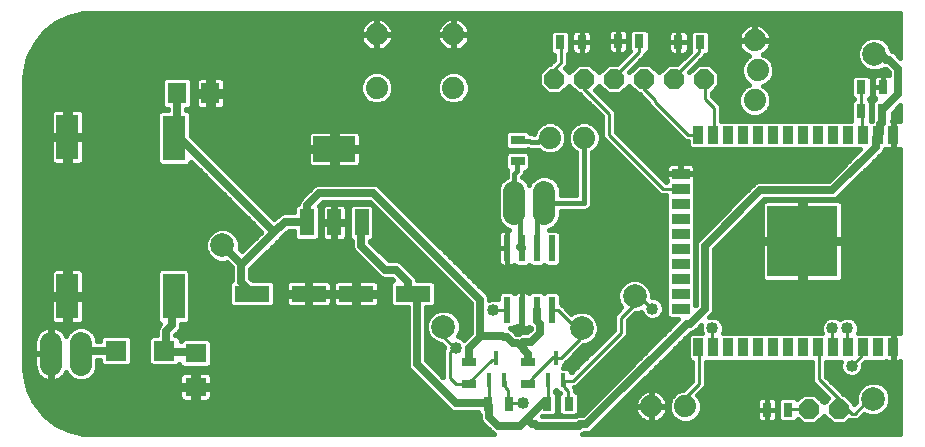
<source format=gtl>
G75*
%MOIN*%
%OFA0B0*%
%FSLAX25Y25*%
%IPPOS*%
%LPD*%
%AMOC8*
5,1,8,0,0,1.08239X$1,22.5*
%
%ADD10R,0.07600X0.15000*%
%ADD11R,0.02400X0.08700*%
%ADD12R,0.03543X0.05906*%
%ADD13R,0.05906X0.03543*%
%ADD14R,0.23622X0.23622*%
%ADD15R,0.07087X0.06693*%
%ADD16C,0.07400*%
%ADD17C,0.07400*%
%ADD18R,0.07098X0.06299*%
%ADD19R,0.06299X0.07098*%
%ADD20R,0.03150X0.04724*%
%ADD21R,0.04800X0.08800*%
%ADD22R,0.14173X0.08661*%
%ADD23R,0.11811X0.05512*%
%ADD24R,0.04724X0.03150*%
%ADD25R,0.01800X0.04600*%
%ADD26OC8,0.06600*%
%ADD27C,0.07874*%
%ADD28C,0.01600*%
%ADD29C,0.04000*%
%ADD30C,0.02500*%
%ADD31C,0.01000*%
D10*
X0028547Y0060476D03*
X0063980Y0060476D03*
X0064177Y0113390D03*
X0028547Y0113626D03*
D11*
X0174945Y0076564D03*
X0179945Y0076564D03*
X0184945Y0076564D03*
X0189945Y0076564D03*
X0189945Y0055964D03*
X0184945Y0055964D03*
X0179945Y0055964D03*
X0174945Y0055964D03*
D12*
X0238862Y0043469D03*
X0243862Y0043469D03*
X0248862Y0043469D03*
X0253862Y0043469D03*
X0258862Y0043469D03*
X0263862Y0043469D03*
X0268862Y0043469D03*
X0273862Y0043469D03*
X0278862Y0043469D03*
X0283862Y0043469D03*
X0288862Y0043469D03*
X0293862Y0043469D03*
X0298862Y0043469D03*
X0303862Y0043469D03*
X0303862Y0114335D03*
X0298862Y0114335D03*
X0293862Y0114335D03*
X0288862Y0114335D03*
X0283862Y0114335D03*
X0278862Y0114335D03*
X0273862Y0114335D03*
X0268862Y0114335D03*
X0263862Y0114335D03*
X0258862Y0114335D03*
X0253862Y0114335D03*
X0248862Y0114335D03*
X0243862Y0114335D03*
X0238862Y0114335D03*
D13*
X0232996Y0101402D03*
X0232996Y0096402D03*
X0232996Y0091402D03*
X0232996Y0086402D03*
X0232996Y0081402D03*
X0232996Y0076402D03*
X0232996Y0071402D03*
X0232996Y0066402D03*
X0232996Y0061402D03*
X0232996Y0056402D03*
D14*
X0273547Y0078902D03*
D15*
X0060909Y0042366D03*
X0044768Y0042366D03*
D16*
X0033075Y0045043D02*
X0033075Y0037643D01*
X0023075Y0037643D02*
X0023075Y0045043D01*
X0177484Y0087957D02*
X0177484Y0095357D01*
X0187484Y0095357D02*
X0187484Y0087957D01*
D17*
X0189383Y0113311D03*
X0200783Y0113311D03*
X0157213Y0130002D03*
X0131613Y0130002D03*
X0131613Y0147802D03*
X0157213Y0147802D03*
X0257614Y0145831D03*
X0258614Y0135831D03*
X0257614Y0125831D03*
X0234562Y0023823D03*
X0223162Y0023823D03*
D18*
X0071264Y0030311D03*
X0071264Y0041508D03*
D19*
X0076232Y0128154D03*
X0065035Y0128154D03*
D20*
X0192839Y0145201D03*
X0199925Y0145201D03*
X0212130Y0145594D03*
X0219217Y0145594D03*
X0232209Y0145201D03*
X0239295Y0145201D03*
X0293232Y0130240D03*
X0300319Y0130240D03*
X0300240Y0122248D03*
X0293154Y0122248D03*
X0195594Y0024728D03*
X0188508Y0024728D03*
X0175909Y0024728D03*
X0168823Y0024728D03*
X0261736Y0022760D03*
X0268823Y0022760D03*
D21*
X0126584Y0085166D03*
X0117484Y0085166D03*
X0108384Y0085166D03*
D22*
X0117484Y0109567D03*
D23*
X0124728Y0061343D03*
X0108980Y0061343D03*
X0090083Y0061343D03*
X0143626Y0061343D03*
D24*
X0162524Y0038508D03*
X0162524Y0031421D03*
X0182209Y0031421D03*
X0182209Y0038508D03*
X0178665Y0105437D03*
X0178665Y0112524D03*
D25*
X0171579Y0039846D03*
X0174179Y0032446D03*
X0168979Y0032446D03*
X0188664Y0032446D03*
X0193864Y0032446D03*
X0191264Y0039846D03*
D26*
X0275791Y0022917D03*
X0285791Y0022917D03*
X0240791Y0132917D03*
X0230791Y0132917D03*
X0220791Y0132917D03*
X0210791Y0132917D03*
X0200791Y0132917D03*
X0190791Y0132917D03*
D27*
X0297563Y0141264D03*
X0217642Y0060555D03*
X0199925Y0049925D03*
X0153862Y0050319D03*
X0080240Y0077484D03*
X0297169Y0026303D03*
D28*
X0028905Y0015848D02*
X0024482Y0017977D01*
X0020644Y0021038D01*
X0017584Y0024876D01*
X0017584Y0024876D01*
X0015454Y0029299D01*
X0014361Y0034085D01*
X0014224Y0036539D01*
X0014224Y0132996D01*
X0014361Y0135451D01*
X0015454Y0140236D01*
X0017584Y0144659D01*
X0020644Y0148497D01*
X0024482Y0151558D01*
X0028905Y0153688D01*
X0033691Y0154780D01*
X0036146Y0154918D01*
X0306199Y0154918D01*
X0306199Y0140055D01*
X0304251Y0142003D01*
X0303300Y0142397D01*
X0303300Y0142405D01*
X0302427Y0144514D01*
X0300813Y0146127D01*
X0298704Y0147001D01*
X0296422Y0147001D01*
X0294313Y0146127D01*
X0292699Y0144514D01*
X0291826Y0142405D01*
X0291826Y0140123D01*
X0292699Y0138014D01*
X0294313Y0136400D01*
X0296422Y0135527D01*
X0298704Y0135527D01*
X0300813Y0136400D01*
X0300820Y0136407D01*
X0300917Y0136367D01*
X0301260Y0136367D01*
X0302474Y0135154D01*
X0302474Y0134310D01*
X0302131Y0134402D01*
X0300319Y0134402D01*
X0300319Y0130240D01*
X0296944Y0130240D01*
X0296944Y0127641D01*
X0297067Y0127183D01*
X0297304Y0126773D01*
X0297639Y0126438D01*
X0297834Y0126325D01*
X0296865Y0125356D01*
X0296865Y0119470D01*
X0296707Y0119087D01*
X0296475Y0119087D01*
X0296528Y0119140D01*
X0296528Y0125356D01*
X0295679Y0126205D01*
X0296607Y0127132D01*
X0296607Y0133348D01*
X0295553Y0134402D01*
X0290912Y0134402D01*
X0289857Y0133348D01*
X0289857Y0127132D01*
X0290706Y0126283D01*
X0289779Y0125356D01*
X0289779Y0119140D01*
X0289832Y0119087D01*
X0246324Y0119087D01*
X0246324Y0124370D01*
X0243324Y0127370D01*
X0243324Y0128237D01*
X0245891Y0130805D01*
X0245891Y0135030D01*
X0242904Y0138017D01*
X0238679Y0138017D01*
X0235791Y0135130D01*
X0235640Y0135281D01*
X0241324Y0140965D01*
X0241324Y0141039D01*
X0241616Y0141039D01*
X0242670Y0142093D01*
X0242670Y0148309D01*
X0241616Y0149363D01*
X0236975Y0149363D01*
X0235920Y0148309D01*
X0235920Y0142093D01*
X0235934Y0142080D01*
X0231871Y0138017D01*
X0228679Y0138017D01*
X0225791Y0135130D01*
X0222904Y0138017D01*
X0218679Y0138017D01*
X0215791Y0135130D01*
X0215640Y0135281D01*
X0221324Y0140965D01*
X0221324Y0141432D01*
X0221537Y0141432D01*
X0222591Y0142487D01*
X0222591Y0148702D01*
X0221537Y0149757D01*
X0216896Y0149757D01*
X0215842Y0148702D01*
X0215842Y0142487D01*
X0216091Y0142237D01*
X0211871Y0138017D01*
X0208679Y0138017D01*
X0205791Y0135130D01*
X0202904Y0138017D01*
X0198679Y0138017D01*
X0195791Y0135130D01*
X0194390Y0136531D01*
X0195324Y0137465D01*
X0195324Y0141203D01*
X0196213Y0142093D01*
X0196213Y0148309D01*
X0195159Y0149363D01*
X0190518Y0149363D01*
X0189464Y0148309D01*
X0189464Y0142093D01*
X0190518Y0141039D01*
X0190724Y0141039D01*
X0190724Y0139370D01*
X0189571Y0138217D01*
X0189371Y0138017D01*
X0188679Y0138017D01*
X0185691Y0135030D01*
X0185691Y0130805D01*
X0188679Y0127817D01*
X0192904Y0127817D01*
X0195791Y0130705D01*
X0198679Y0127817D01*
X0199371Y0127817D01*
X0199571Y0127617D01*
X0206724Y0120465D01*
X0206724Y0113465D01*
X0208071Y0112117D01*
X0226071Y0094117D01*
X0228243Y0094117D01*
X0228243Y0053884D01*
X0229298Y0052830D01*
X0232123Y0052830D01*
X0200260Y0020967D01*
X0198917Y0020967D01*
X0197796Y0020503D01*
X0197760Y0020467D01*
X0186887Y0020467D01*
X0186986Y0020566D01*
X0190828Y0020566D01*
X0191883Y0021621D01*
X0191883Y0027836D01*
X0190964Y0028755D01*
X0190964Y0029000D01*
X0191264Y0029300D01*
X0192218Y0028346D01*
X0192729Y0028346D01*
X0192220Y0027836D01*
X0192220Y0021621D01*
X0193274Y0020566D01*
X0197915Y0020566D01*
X0198969Y0021621D01*
X0198969Y0027836D01*
X0197915Y0028891D01*
X0197824Y0028891D01*
X0197824Y0029870D01*
X0197576Y0030117D01*
X0197976Y0030117D01*
X0213976Y0046117D01*
X0215324Y0047465D01*
X0215324Y0052465D01*
X0217677Y0054818D01*
X0218783Y0054818D01*
X0219884Y0055274D01*
X0220302Y0054265D01*
X0221371Y0053196D01*
X0222768Y0052617D01*
X0224279Y0052617D01*
X0225676Y0053196D01*
X0226745Y0054265D01*
X0227324Y0055661D01*
X0227324Y0057173D01*
X0226745Y0058570D01*
X0225676Y0059639D01*
X0224279Y0060217D01*
X0223379Y0060217D01*
X0223379Y0061696D01*
X0222505Y0063805D01*
X0220891Y0065419D01*
X0218783Y0066292D01*
X0216501Y0066292D01*
X0214392Y0065419D01*
X0212778Y0063805D01*
X0211905Y0061696D01*
X0211905Y0059414D01*
X0212778Y0057305D01*
X0213219Y0056865D01*
X0210724Y0054370D01*
X0210724Y0049370D01*
X0196564Y0035210D01*
X0196564Y0035491D01*
X0195509Y0036546D01*
X0193709Y0036546D01*
X0193964Y0036800D01*
X0193964Y0037617D01*
X0193976Y0037617D01*
X0200476Y0044117D01*
X0200547Y0044188D01*
X0201066Y0044188D01*
X0203175Y0045062D01*
X0204789Y0046675D01*
X0205662Y0048784D01*
X0205662Y0051066D01*
X0204789Y0053175D01*
X0203175Y0054789D01*
X0201066Y0055662D01*
X0198784Y0055662D01*
X0196675Y0054789D01*
X0196540Y0054653D01*
X0192976Y0058217D01*
X0192945Y0058217D01*
X0192945Y0061059D01*
X0191890Y0062114D01*
X0187999Y0062114D01*
X0187445Y0061559D01*
X0186890Y0062114D01*
X0182999Y0062114D01*
X0182445Y0061559D01*
X0182250Y0061754D01*
X0181840Y0061991D01*
X0181382Y0062114D01*
X0179945Y0062114D01*
X0179945Y0055964D01*
X0179945Y0055964D01*
X0179945Y0062114D01*
X0178508Y0062114D01*
X0178050Y0061991D01*
X0177640Y0061754D01*
X0177445Y0061559D01*
X0176890Y0062114D01*
X0172999Y0062114D01*
X0171945Y0061059D01*
X0171945Y0059442D01*
X0171279Y0059717D01*
X0169768Y0059717D01*
X0169074Y0059430D01*
X0169074Y0060024D01*
X0168609Y0061145D01*
X0133109Y0096645D01*
X0132251Y0097503D01*
X0131130Y0097967D01*
X0111917Y0097967D01*
X0110796Y0097503D01*
X0106796Y0093503D01*
X0105938Y0092645D01*
X0105474Y0091524D01*
X0105474Y0091366D01*
X0105239Y0091366D01*
X0104184Y0090312D01*
X0104184Y0088467D01*
X0100417Y0088467D01*
X0099296Y0088003D01*
X0097524Y0086231D01*
X0069777Y0113977D01*
X0069777Y0121635D01*
X0068723Y0122690D01*
X0068074Y0122690D01*
X0068074Y0122804D01*
X0068931Y0122804D01*
X0069985Y0123859D01*
X0069985Y0132448D01*
X0068931Y0133503D01*
X0061140Y0133503D01*
X0060086Y0132448D01*
X0060086Y0123859D01*
X0061140Y0122804D01*
X0061974Y0122804D01*
X0061974Y0122690D01*
X0059632Y0122690D01*
X0058577Y0121635D01*
X0058577Y0105144D01*
X0059632Y0104090D01*
X0068723Y0104090D01*
X0069777Y0105144D01*
X0069777Y0105350D01*
X0093210Y0081917D01*
X0086774Y0075481D01*
X0085958Y0076296D01*
X0085977Y0076343D01*
X0085977Y0078625D01*
X0085104Y0080734D01*
X0083490Y0082348D01*
X0081381Y0083221D01*
X0079099Y0083221D01*
X0076990Y0082348D01*
X0075377Y0080734D01*
X0074503Y0078625D01*
X0074503Y0076343D01*
X0075377Y0074234D01*
X0076990Y0072621D01*
X0079099Y0071747D01*
X0081381Y0071747D01*
X0081734Y0071893D01*
X0083474Y0070154D01*
X0083474Y0065898D01*
X0083432Y0065898D01*
X0082377Y0064844D01*
X0082377Y0057841D01*
X0083432Y0056787D01*
X0096734Y0056787D01*
X0097788Y0057841D01*
X0097788Y0064844D01*
X0096734Y0065898D01*
X0090356Y0065898D01*
X0089574Y0066681D01*
X0089574Y0069626D01*
X0089757Y0069837D01*
X0099251Y0079332D01*
X0099251Y0079332D01*
X0100109Y0080190D01*
X0102287Y0082367D01*
X0104184Y0082367D01*
X0104184Y0080021D01*
X0105239Y0078966D01*
X0111530Y0078966D01*
X0112584Y0080021D01*
X0112584Y0090312D01*
X0112408Y0090488D01*
X0113787Y0091867D01*
X0129260Y0091867D01*
X0162974Y0058154D01*
X0162974Y0048912D01*
X0162938Y0048806D01*
X0162974Y0048309D01*
X0162974Y0048181D01*
X0160804Y0046011D01*
X0160176Y0046639D01*
X0158786Y0047215D01*
X0159599Y0049178D01*
X0159599Y0051460D01*
X0158726Y0053569D01*
X0157112Y0055182D01*
X0155003Y0056056D01*
X0152721Y0056056D01*
X0150612Y0055182D01*
X0148999Y0053569D01*
X0148125Y0051460D01*
X0148125Y0049178D01*
X0148999Y0047069D01*
X0150612Y0045455D01*
X0152721Y0044582D01*
X0153106Y0044582D01*
X0154224Y0043465D01*
X0154224Y0043370D01*
X0153724Y0042870D01*
X0153724Y0033531D01*
X0148074Y0039181D01*
X0148074Y0056787D01*
X0150277Y0056787D01*
X0151331Y0057841D01*
X0151331Y0064844D01*
X0150277Y0065898D01*
X0145074Y0065898D01*
X0145074Y0066024D01*
X0144609Y0067145D01*
X0143751Y0068003D01*
X0139751Y0072003D01*
X0138630Y0072467D01*
X0135787Y0072467D01*
X0129574Y0078681D01*
X0129574Y0078966D01*
X0129730Y0078966D01*
X0130784Y0080021D01*
X0130784Y0090312D01*
X0129730Y0091366D01*
X0123439Y0091366D01*
X0122384Y0090312D01*
X0122384Y0080021D01*
X0123439Y0078966D01*
X0123474Y0078966D01*
X0123474Y0076811D01*
X0123938Y0075690D01*
X0131938Y0067690D01*
X0132796Y0066832D01*
X0133917Y0066367D01*
X0136760Y0066367D01*
X0137229Y0065898D01*
X0136975Y0065898D01*
X0135920Y0064844D01*
X0135920Y0057841D01*
X0136975Y0056787D01*
X0141974Y0056787D01*
X0141974Y0037311D01*
X0142438Y0036190D01*
X0143296Y0035332D01*
X0156296Y0022332D01*
X0157417Y0021867D01*
X0165448Y0021867D01*
X0165448Y0021621D01*
X0165974Y0021095D01*
X0165974Y0019811D01*
X0166438Y0018690D01*
X0169438Y0015690D01*
X0170296Y0014832D01*
X0170813Y0014617D01*
X0036146Y0014617D01*
X0033691Y0014755D01*
X0028905Y0015848D01*
X0028351Y0016114D02*
X0169013Y0016114D01*
X0167415Y0017713D02*
X0025032Y0017713D01*
X0022810Y0019311D02*
X0166180Y0019311D01*
X0165974Y0020910D02*
X0020805Y0020910D01*
X0019472Y0022508D02*
X0156119Y0022508D01*
X0154521Y0024107D02*
X0018197Y0024107D01*
X0017184Y0025705D02*
X0066636Y0025705D01*
X0066609Y0025721D02*
X0067020Y0025484D01*
X0067478Y0025361D01*
X0070489Y0025361D01*
X0070489Y0029536D01*
X0072039Y0029536D01*
X0072039Y0031086D01*
X0076613Y0031086D01*
X0076613Y0033698D01*
X0144930Y0033698D01*
X0146528Y0032099D02*
X0076613Y0032099D01*
X0076613Y0033698D02*
X0076490Y0034155D01*
X0076253Y0034566D01*
X0075918Y0034901D01*
X0075508Y0035138D01*
X0075050Y0035261D01*
X0072039Y0035261D01*
X0072039Y0031086D01*
X0070489Y0031086D01*
X0070489Y0035261D01*
X0067478Y0035261D01*
X0067020Y0035138D01*
X0066609Y0034901D01*
X0066274Y0034566D01*
X0066037Y0034155D01*
X0065915Y0033698D01*
X0036908Y0033698D01*
X0036190Y0032980D02*
X0037737Y0034527D01*
X0038575Y0036548D01*
X0038575Y0039367D01*
X0039424Y0039367D01*
X0039424Y0038274D01*
X0040479Y0037220D01*
X0049057Y0037220D01*
X0050111Y0038274D01*
X0050111Y0046458D01*
X0049057Y0047513D01*
X0040479Y0047513D01*
X0039424Y0046458D01*
X0039424Y0045467D01*
X0038575Y0045467D01*
X0038575Y0046137D01*
X0037737Y0048158D01*
X0036190Y0049705D01*
X0034169Y0050543D01*
X0031981Y0050543D01*
X0029959Y0049705D01*
X0028412Y0048158D01*
X0028075Y0047344D01*
X0027779Y0047925D01*
X0027270Y0048626D01*
X0026658Y0049238D01*
X0025957Y0049747D01*
X0025186Y0050140D01*
X0024363Y0050407D01*
X0023508Y0050543D01*
X0023275Y0050542D01*
X0023275Y0041543D01*
X0022875Y0041543D01*
X0022875Y0050543D01*
X0022642Y0050543D01*
X0021787Y0050407D01*
X0020964Y0050140D01*
X0020192Y0049747D01*
X0019492Y0049238D01*
X0018880Y0048626D01*
X0018371Y0047925D01*
X0017978Y0047154D01*
X0017710Y0046330D01*
X0017575Y0045475D01*
X0017575Y0041543D01*
X0022875Y0041543D01*
X0022875Y0041142D01*
X0023275Y0041142D01*
X0023275Y0032143D01*
X0023508Y0032143D01*
X0024363Y0032278D01*
X0025186Y0032545D01*
X0025957Y0032938D01*
X0026658Y0033447D01*
X0027270Y0034060D01*
X0027779Y0034760D01*
X0028075Y0035341D01*
X0028412Y0034527D01*
X0029959Y0032980D01*
X0031981Y0032143D01*
X0034169Y0032143D01*
X0036190Y0032980D01*
X0038056Y0035296D02*
X0143331Y0035296D01*
X0143296Y0035332D02*
X0143296Y0035332D01*
X0142146Y0036895D02*
X0075895Y0036895D01*
X0075559Y0036558D02*
X0076613Y0037613D01*
X0076613Y0045403D01*
X0075559Y0046457D01*
X0066969Y0046457D01*
X0066253Y0045741D01*
X0066253Y0046458D01*
X0065198Y0047513D01*
X0064574Y0047513D01*
X0064574Y0047654D01*
X0065251Y0048332D01*
X0066109Y0049190D01*
X0066574Y0050311D01*
X0066574Y0051176D01*
X0068526Y0051176D01*
X0069580Y0052231D01*
X0069580Y0068722D01*
X0068526Y0069776D01*
X0059435Y0069776D01*
X0058380Y0068722D01*
X0058380Y0052231D01*
X0059435Y0051176D01*
X0059469Y0051176D01*
X0058938Y0050645D01*
X0058474Y0049524D01*
X0058474Y0047513D01*
X0056621Y0047513D01*
X0055566Y0046458D01*
X0055566Y0038274D01*
X0056621Y0037220D01*
X0065198Y0037220D01*
X0065915Y0037936D01*
X0065915Y0037613D01*
X0066969Y0036558D01*
X0075559Y0036558D01*
X0072039Y0033698D02*
X0070489Y0033698D01*
X0070489Y0032099D02*
X0072039Y0032099D01*
X0072039Y0030501D02*
X0148127Y0030501D01*
X0149725Y0028902D02*
X0076613Y0028902D01*
X0076613Y0029536D02*
X0076613Y0026924D01*
X0076490Y0026467D01*
X0076253Y0026056D01*
X0075918Y0025721D01*
X0075508Y0025484D01*
X0075050Y0025361D01*
X0072039Y0025361D01*
X0072039Y0029536D01*
X0076613Y0029536D01*
X0076613Y0027304D02*
X0151324Y0027304D01*
X0152922Y0025705D02*
X0075891Y0025705D01*
X0072039Y0025705D02*
X0070489Y0025705D01*
X0070489Y0027304D02*
X0072039Y0027304D01*
X0072039Y0028902D02*
X0070489Y0028902D01*
X0070489Y0029536D02*
X0065915Y0029536D01*
X0065915Y0026924D01*
X0066037Y0026467D01*
X0066274Y0026056D01*
X0066609Y0025721D01*
X0065915Y0027304D02*
X0016415Y0027304D01*
X0015645Y0028902D02*
X0065915Y0028902D01*
X0065915Y0031086D02*
X0070489Y0031086D01*
X0070489Y0029536D01*
X0070489Y0030501D02*
X0015179Y0030501D01*
X0014815Y0032099D02*
X0065915Y0032099D01*
X0065915Y0031086D02*
X0065915Y0033698D01*
X0066632Y0036895D02*
X0038575Y0036895D01*
X0038575Y0038494D02*
X0039424Y0038494D01*
X0050111Y0038494D02*
X0055566Y0038494D01*
X0055566Y0040092D02*
X0050111Y0040092D01*
X0050111Y0041691D02*
X0055566Y0041691D01*
X0055566Y0043289D02*
X0050111Y0043289D01*
X0050111Y0044888D02*
X0055566Y0044888D01*
X0055594Y0046486D02*
X0050083Y0046486D01*
X0058474Y0048085D02*
X0037768Y0048085D01*
X0038430Y0046486D02*
X0039452Y0046486D01*
X0036212Y0049683D02*
X0058540Y0049683D01*
X0059330Y0051282D02*
X0032977Y0051282D01*
X0033042Y0051299D02*
X0033452Y0051536D01*
X0033788Y0051871D01*
X0034025Y0052282D01*
X0034147Y0052739D01*
X0034147Y0059676D01*
X0029347Y0059676D01*
X0029347Y0051176D01*
X0032584Y0051176D01*
X0033042Y0051299D01*
X0034147Y0052880D02*
X0058380Y0052880D01*
X0058380Y0054479D02*
X0034147Y0054479D01*
X0034147Y0056077D02*
X0058380Y0056077D01*
X0058380Y0057676D02*
X0034147Y0057676D01*
X0034147Y0059274D02*
X0058380Y0059274D01*
X0058380Y0060873D02*
X0029347Y0060873D01*
X0029347Y0061276D02*
X0029347Y0059676D01*
X0027747Y0059676D01*
X0027747Y0051176D01*
X0024510Y0051176D01*
X0024052Y0051299D01*
X0023642Y0051536D01*
X0023307Y0051871D01*
X0023070Y0052282D01*
X0022947Y0052739D01*
X0022947Y0059676D01*
X0027747Y0059676D01*
X0027747Y0061276D01*
X0022947Y0061276D01*
X0022947Y0068213D01*
X0023070Y0068671D01*
X0023307Y0069082D01*
X0023642Y0069417D01*
X0024052Y0069654D01*
X0024510Y0069776D01*
X0027747Y0069776D01*
X0027747Y0061276D01*
X0029347Y0061276D01*
X0034147Y0061276D01*
X0034147Y0068213D01*
X0034025Y0068671D01*
X0033788Y0069082D01*
X0033452Y0069417D01*
X0033042Y0069654D01*
X0032584Y0069776D01*
X0029347Y0069776D01*
X0029347Y0061276D01*
X0029347Y0062471D02*
X0027747Y0062471D01*
X0027747Y0060873D02*
X0014224Y0060873D01*
X0014224Y0062471D02*
X0022947Y0062471D01*
X0022947Y0064070D02*
X0014224Y0064070D01*
X0014224Y0065668D02*
X0022947Y0065668D01*
X0022947Y0067267D02*
X0014224Y0067267D01*
X0014224Y0068865D02*
X0023182Y0068865D01*
X0027747Y0068865D02*
X0029347Y0068865D01*
X0029347Y0067267D02*
X0027747Y0067267D01*
X0027747Y0065668D02*
X0029347Y0065668D01*
X0029347Y0064070D02*
X0027747Y0064070D01*
X0034147Y0064070D02*
X0058380Y0064070D01*
X0058380Y0065668D02*
X0034147Y0065668D01*
X0034147Y0067267D02*
X0058380Y0067267D01*
X0058524Y0068865D02*
X0033913Y0068865D01*
X0034147Y0062471D02*
X0058380Y0062471D01*
X0069580Y0062471D02*
X0082377Y0062471D01*
X0082377Y0060873D02*
X0069580Y0060873D01*
X0069580Y0059274D02*
X0082377Y0059274D01*
X0082543Y0057676D02*
X0069580Y0057676D01*
X0069580Y0056077D02*
X0141974Y0056077D01*
X0141974Y0054479D02*
X0069580Y0054479D01*
X0069580Y0052880D02*
X0141974Y0052880D01*
X0141974Y0051282D02*
X0068631Y0051282D01*
X0066314Y0049683D02*
X0141974Y0049683D01*
X0141974Y0048085D02*
X0065004Y0048085D01*
X0066225Y0046486D02*
X0141974Y0046486D01*
X0141974Y0044888D02*
X0076613Y0044888D01*
X0076613Y0043289D02*
X0141974Y0043289D01*
X0141974Y0041691D02*
X0076613Y0041691D01*
X0076613Y0040092D02*
X0141974Y0040092D01*
X0141974Y0038494D02*
X0076613Y0038494D01*
X0097623Y0057676D02*
X0101522Y0057676D01*
X0101634Y0057481D02*
X0101970Y0057146D01*
X0102380Y0056909D01*
X0102838Y0056787D01*
X0108402Y0056787D01*
X0108402Y0060764D01*
X0109558Y0060764D01*
X0109558Y0056787D01*
X0115123Y0056787D01*
X0115581Y0056909D01*
X0115991Y0057146D01*
X0116326Y0057481D01*
X0116563Y0057892D01*
X0116686Y0058350D01*
X0116686Y0060765D01*
X0109558Y0060765D01*
X0109558Y0061920D01*
X0116686Y0061920D01*
X0116686Y0064335D01*
X0116563Y0064793D01*
X0116326Y0065204D01*
X0115991Y0065539D01*
X0115581Y0065776D01*
X0115123Y0065898D01*
X0109558Y0065898D01*
X0109558Y0061921D01*
X0108402Y0061921D01*
X0108402Y0065898D01*
X0102838Y0065898D01*
X0102380Y0065776D01*
X0101970Y0065539D01*
X0101634Y0065204D01*
X0101397Y0064793D01*
X0101275Y0064335D01*
X0101275Y0061920D01*
X0108402Y0061920D01*
X0108402Y0060765D01*
X0101275Y0060765D01*
X0101275Y0058350D01*
X0101397Y0057892D01*
X0101634Y0057481D01*
X0101275Y0059274D02*
X0097788Y0059274D01*
X0097788Y0060873D02*
X0108402Y0060873D01*
X0109558Y0060873D02*
X0124150Y0060873D01*
X0124150Y0060765D02*
X0117023Y0060765D01*
X0117023Y0058350D01*
X0117145Y0057892D01*
X0117382Y0057481D01*
X0117718Y0057146D01*
X0118128Y0056909D01*
X0118586Y0056787D01*
X0124150Y0056787D01*
X0124150Y0060764D01*
X0125306Y0060764D01*
X0125306Y0056787D01*
X0130871Y0056787D01*
X0131329Y0056909D01*
X0131739Y0057146D01*
X0132074Y0057481D01*
X0132311Y0057892D01*
X0132434Y0058350D01*
X0132434Y0060765D01*
X0125306Y0060765D01*
X0125306Y0061920D01*
X0132434Y0061920D01*
X0132434Y0064335D01*
X0132311Y0064793D01*
X0132074Y0065204D01*
X0131739Y0065539D01*
X0131329Y0065776D01*
X0130871Y0065898D01*
X0125306Y0065898D01*
X0125306Y0061921D01*
X0124150Y0061921D01*
X0124150Y0065898D01*
X0118586Y0065898D01*
X0118128Y0065776D01*
X0117718Y0065539D01*
X0117382Y0065204D01*
X0117145Y0064793D01*
X0117023Y0064335D01*
X0117023Y0061920D01*
X0124150Y0061920D01*
X0124150Y0060765D01*
X0125306Y0060873D02*
X0135920Y0060873D01*
X0135920Y0062471D02*
X0132434Y0062471D01*
X0132434Y0064070D02*
X0135920Y0064070D01*
X0136745Y0065668D02*
X0131515Y0065668D01*
X0132361Y0067267D02*
X0089574Y0067267D01*
X0089574Y0068865D02*
X0130762Y0068865D01*
X0129164Y0070464D02*
X0090383Y0070464D01*
X0091982Y0072062D02*
X0127565Y0072062D01*
X0125967Y0073661D02*
X0093580Y0073661D01*
X0095179Y0075259D02*
X0124368Y0075259D01*
X0123474Y0076858D02*
X0096777Y0076858D01*
X0098376Y0078456D02*
X0123474Y0078456D01*
X0122384Y0080055D02*
X0121552Y0080055D01*
X0121562Y0080071D02*
X0121684Y0080529D01*
X0121684Y0084766D01*
X0117884Y0084766D01*
X0117884Y0078966D01*
X0120121Y0078966D01*
X0120579Y0079089D01*
X0120989Y0079326D01*
X0121325Y0079661D01*
X0121562Y0080071D01*
X0121684Y0081653D02*
X0122384Y0081653D01*
X0122384Y0083252D02*
X0121684Y0083252D01*
X0122384Y0084850D02*
X0117884Y0084850D01*
X0117884Y0084766D02*
X0117884Y0085566D01*
X0117084Y0085566D01*
X0117084Y0084766D01*
X0113284Y0084766D01*
X0113284Y0080529D01*
X0113407Y0080071D01*
X0113644Y0079661D01*
X0113979Y0079326D01*
X0114389Y0079089D01*
X0114847Y0078966D01*
X0117084Y0078966D01*
X0117084Y0084766D01*
X0117884Y0084766D01*
X0117884Y0085566D02*
X0121684Y0085566D01*
X0121684Y0089803D01*
X0121562Y0090261D01*
X0121325Y0090671D01*
X0120989Y0091006D01*
X0120579Y0091243D01*
X0120121Y0091366D01*
X0117884Y0091366D01*
X0117884Y0085566D01*
X0117084Y0085566D02*
X0117084Y0091366D01*
X0114847Y0091366D01*
X0114389Y0091243D01*
X0113979Y0091006D01*
X0113644Y0090671D01*
X0113407Y0090261D01*
X0113284Y0089803D01*
X0113284Y0085566D01*
X0117084Y0085566D01*
X0117084Y0084850D02*
X0112584Y0084850D01*
X0112584Y0083252D02*
X0113284Y0083252D01*
X0113284Y0081653D02*
X0112584Y0081653D01*
X0112584Y0080055D02*
X0113416Y0080055D01*
X0117084Y0080055D02*
X0117884Y0080055D01*
X0117884Y0081653D02*
X0117084Y0081653D01*
X0117084Y0083252D02*
X0117884Y0083252D01*
X0117884Y0086449D02*
X0117084Y0086449D01*
X0117084Y0088047D02*
X0117884Y0088047D01*
X0117884Y0089646D02*
X0117084Y0089646D01*
X0117084Y0091244D02*
X0117884Y0091244D01*
X0120576Y0091244D02*
X0123317Y0091244D01*
X0122384Y0089646D02*
X0121684Y0089646D01*
X0121684Y0088047D02*
X0122384Y0088047D01*
X0122384Y0086449D02*
X0121684Y0086449D01*
X0113284Y0086449D02*
X0112584Y0086449D01*
X0112584Y0088047D02*
X0113284Y0088047D01*
X0113284Y0089646D02*
X0112584Y0089646D01*
X0113164Y0091244D02*
X0114393Y0091244D01*
X0109333Y0096040D02*
X0087714Y0096040D01*
X0086116Y0097638D02*
X0111123Y0097638D01*
X0107734Y0094441D02*
X0089313Y0094441D01*
X0090911Y0092843D02*
X0106136Y0092843D01*
X0105117Y0091244D02*
X0092510Y0091244D01*
X0094108Y0089646D02*
X0104184Y0089646D01*
X0099403Y0088047D02*
X0095707Y0088047D01*
X0097305Y0086449D02*
X0097742Y0086449D01*
X0091876Y0083252D02*
X0014224Y0083252D01*
X0014224Y0084850D02*
X0090277Y0084850D01*
X0088679Y0086449D02*
X0014224Y0086449D01*
X0014224Y0088047D02*
X0087080Y0088047D01*
X0085482Y0089646D02*
X0014224Y0089646D01*
X0014224Y0091244D02*
X0083883Y0091244D01*
X0082285Y0092843D02*
X0014224Y0092843D01*
X0014224Y0094441D02*
X0080686Y0094441D01*
X0079088Y0096040D02*
X0014224Y0096040D01*
X0014224Y0097638D02*
X0077489Y0097638D01*
X0075891Y0099237D02*
X0014224Y0099237D01*
X0014224Y0100835D02*
X0074292Y0100835D01*
X0072694Y0102434D02*
X0014224Y0102434D01*
X0014224Y0104032D02*
X0071095Y0104032D01*
X0076525Y0107229D02*
X0108598Y0107229D01*
X0108598Y0108767D02*
X0108598Y0104999D01*
X0108720Y0104541D01*
X0108957Y0104131D01*
X0109292Y0103796D01*
X0109703Y0103559D01*
X0110161Y0103436D01*
X0116684Y0103436D01*
X0116684Y0108767D01*
X0108598Y0108767D01*
X0108598Y0110367D02*
X0116684Y0110367D01*
X0116684Y0108767D01*
X0118284Y0108767D01*
X0118284Y0103436D01*
X0124808Y0103436D01*
X0125266Y0103559D01*
X0125676Y0103796D01*
X0126011Y0104131D01*
X0126248Y0104541D01*
X0126371Y0104999D01*
X0126371Y0108767D01*
X0118284Y0108767D01*
X0118284Y0110367D01*
X0116684Y0110367D01*
X0116684Y0115698D01*
X0110161Y0115698D01*
X0109703Y0115575D01*
X0109292Y0115338D01*
X0108957Y0115003D01*
X0108720Y0114592D01*
X0108598Y0114135D01*
X0108598Y0110367D01*
X0108598Y0110427D02*
X0073328Y0110427D01*
X0071729Y0112025D02*
X0108598Y0112025D01*
X0108598Y0113624D02*
X0070131Y0113624D01*
X0069777Y0115222D02*
X0109176Y0115222D01*
X0116684Y0115222D02*
X0118284Y0115222D01*
X0118284Y0115698D02*
X0124808Y0115698D01*
X0125266Y0115575D01*
X0125676Y0115338D01*
X0126011Y0115003D01*
X0126248Y0114592D01*
X0126371Y0114135D01*
X0126371Y0110367D01*
X0118284Y0110367D01*
X0118284Y0115698D01*
X0118284Y0113624D02*
X0116684Y0113624D01*
X0116684Y0112025D02*
X0118284Y0112025D01*
X0118284Y0110427D02*
X0116684Y0110427D01*
X0116684Y0108828D02*
X0074926Y0108828D01*
X0078123Y0105631D02*
X0108598Y0105631D01*
X0109056Y0104032D02*
X0079722Y0104032D01*
X0081320Y0102434D02*
X0175131Y0102434D01*
X0175147Y0102473D02*
X0174924Y0101934D01*
X0174924Y0100250D01*
X0174369Y0100020D01*
X0172822Y0098473D01*
X0171984Y0096452D01*
X0171984Y0086863D01*
X0172822Y0084842D01*
X0174369Y0083295D01*
X0175772Y0082714D01*
X0174945Y0082714D01*
X0174945Y0076564D01*
X0174945Y0076564D01*
X0174945Y0082714D01*
X0173508Y0082714D01*
X0173050Y0082591D01*
X0172640Y0082354D01*
X0172305Y0082019D01*
X0172068Y0081609D01*
X0171945Y0081151D01*
X0171945Y0076564D01*
X0174945Y0076564D01*
X0174945Y0076564D01*
X0174945Y0070414D01*
X0176382Y0070414D01*
X0176840Y0070536D01*
X0177250Y0070773D01*
X0177445Y0070968D01*
X0177999Y0070414D01*
X0181890Y0070414D01*
X0182445Y0070968D01*
X0182999Y0070414D01*
X0186890Y0070414D01*
X0187445Y0070968D01*
X0187999Y0070414D01*
X0191890Y0070414D01*
X0192945Y0071468D01*
X0192945Y0081659D01*
X0191890Y0082714D01*
X0189197Y0082714D01*
X0190600Y0083295D01*
X0192147Y0084842D01*
X0192984Y0086863D01*
X0192984Y0089057D01*
X0201300Y0089057D01*
X0202255Y0089453D01*
X0202987Y0090185D01*
X0203383Y0091140D01*
X0203383Y0108435D01*
X0203898Y0108648D01*
X0205445Y0110196D01*
X0206283Y0112217D01*
X0206283Y0114405D01*
X0205445Y0116427D01*
X0203898Y0117974D01*
X0201877Y0118811D01*
X0199689Y0118811D01*
X0197667Y0117974D01*
X0196120Y0116427D01*
X0195283Y0114405D01*
X0195283Y0112217D01*
X0196120Y0110196D01*
X0197667Y0108648D01*
X0198183Y0108435D01*
X0198183Y0094257D01*
X0192984Y0094257D01*
X0192984Y0096452D01*
X0192147Y0098473D01*
X0190600Y0100020D01*
X0188578Y0100857D01*
X0186390Y0100857D01*
X0184369Y0100020D01*
X0182822Y0098473D01*
X0182484Y0097659D01*
X0182147Y0098473D01*
X0180600Y0100020D01*
X0180124Y0100217D01*
X0180124Y0100340D01*
X0180728Y0100945D01*
X0181124Y0101900D01*
X0181124Y0102062D01*
X0181773Y0102062D01*
X0182828Y0103117D01*
X0182828Y0107757D01*
X0181773Y0108812D01*
X0175558Y0108812D01*
X0174503Y0107757D01*
X0174503Y0103117D01*
X0175147Y0102473D01*
X0174924Y0100835D02*
X0082919Y0100835D01*
X0084517Y0099237D02*
X0173586Y0099237D01*
X0172476Y0097638D02*
X0131924Y0097638D01*
X0133714Y0096040D02*
X0171984Y0096040D01*
X0171984Y0094441D02*
X0135313Y0094441D01*
X0136911Y0092843D02*
X0171984Y0092843D01*
X0171984Y0091244D02*
X0138510Y0091244D01*
X0140108Y0089646D02*
X0171984Y0089646D01*
X0171984Y0088047D02*
X0141707Y0088047D01*
X0143305Y0086449D02*
X0172156Y0086449D01*
X0172818Y0084850D02*
X0144904Y0084850D01*
X0146502Y0083252D02*
X0174473Y0083252D01*
X0174945Y0081653D02*
X0174945Y0081653D01*
X0174945Y0080055D02*
X0174945Y0080055D01*
X0174945Y0078456D02*
X0174945Y0078456D01*
X0174945Y0076858D02*
X0174945Y0076858D01*
X0174945Y0076564D02*
X0171945Y0076564D01*
X0171945Y0071977D01*
X0172068Y0071519D01*
X0172305Y0071109D01*
X0172640Y0070773D01*
X0173050Y0070536D01*
X0173508Y0070414D01*
X0174945Y0070414D01*
X0174945Y0076564D01*
X0174945Y0076564D01*
X0174945Y0075259D02*
X0174945Y0075259D01*
X0174945Y0073661D02*
X0174945Y0073661D01*
X0174945Y0072062D02*
X0174945Y0072062D01*
X0174945Y0070464D02*
X0174945Y0070464D01*
X0176568Y0070464D02*
X0177949Y0070464D01*
X0181940Y0070464D02*
X0182949Y0070464D01*
X0186940Y0070464D02*
X0187949Y0070464D01*
X0191940Y0070464D02*
X0228243Y0070464D01*
X0228243Y0072062D02*
X0192945Y0072062D01*
X0192945Y0073661D02*
X0228243Y0073661D01*
X0228243Y0075259D02*
X0192945Y0075259D01*
X0192945Y0076858D02*
X0228243Y0076858D01*
X0228243Y0078456D02*
X0192945Y0078456D01*
X0192945Y0080055D02*
X0228243Y0080055D01*
X0228243Y0081653D02*
X0192945Y0081653D01*
X0190496Y0083252D02*
X0228243Y0083252D01*
X0228243Y0084850D02*
X0192150Y0084850D01*
X0192812Y0086449D02*
X0228243Y0086449D01*
X0228243Y0088047D02*
X0192984Y0088047D01*
X0187484Y0091657D02*
X0200783Y0091657D01*
X0200783Y0113311D01*
X0205944Y0115222D02*
X0206724Y0115222D01*
X0206724Y0113624D02*
X0206283Y0113624D01*
X0206203Y0112025D02*
X0208163Y0112025D01*
X0209762Y0110427D02*
X0205541Y0110427D01*
X0204078Y0108828D02*
X0211360Y0108828D01*
X0212959Y0107229D02*
X0203383Y0107229D01*
X0203383Y0105631D02*
X0214557Y0105631D01*
X0216156Y0104032D02*
X0203383Y0104032D01*
X0203383Y0102434D02*
X0217754Y0102434D01*
X0219353Y0100835D02*
X0203383Y0100835D01*
X0203383Y0099237D02*
X0220951Y0099237D01*
X0222550Y0097638D02*
X0203383Y0097638D01*
X0203383Y0096040D02*
X0224148Y0096040D01*
X0225747Y0094441D02*
X0203383Y0094441D01*
X0203383Y0092843D02*
X0228243Y0092843D01*
X0228243Y0091244D02*
X0203383Y0091244D01*
X0202448Y0089646D02*
X0228243Y0089646D01*
X0237749Y0089646D02*
X0248939Y0089646D01*
X0250537Y0091244D02*
X0237749Y0091244D01*
X0237749Y0092843D02*
X0252136Y0092843D01*
X0253734Y0094441D02*
X0237749Y0094441D01*
X0237749Y0096040D02*
X0255333Y0096040D01*
X0256931Y0097638D02*
X0237749Y0097638D01*
X0237749Y0098919D02*
X0237649Y0099019D01*
X0237749Y0099393D01*
X0237749Y0101316D01*
X0233082Y0101316D01*
X0233082Y0101487D01*
X0237749Y0101487D01*
X0237749Y0103410D01*
X0237626Y0103868D01*
X0237389Y0104278D01*
X0237054Y0104614D01*
X0236644Y0104851D01*
X0236186Y0104973D01*
X0233082Y0104973D01*
X0233082Y0101487D01*
X0232910Y0101487D01*
X0232910Y0101316D01*
X0228243Y0101316D01*
X0228243Y0099393D01*
X0228344Y0099019D01*
X0228243Y0098919D01*
X0228243Y0098717D01*
X0227976Y0098717D01*
X0211324Y0115370D01*
X0211324Y0122370D01*
X0204390Y0129304D01*
X0205791Y0130705D01*
X0208679Y0127817D01*
X0212904Y0127817D01*
X0215791Y0130705D01*
X0218679Y0127817D01*
X0219371Y0127817D01*
X0219571Y0127617D01*
X0222224Y0124965D01*
X0222224Y0124465D01*
X0223571Y0123117D01*
X0234571Y0112117D01*
X0235291Y0112117D01*
X0235291Y0110636D01*
X0236345Y0109582D01*
X0292875Y0109582D01*
X0282260Y0098967D01*
X0258917Y0098967D01*
X0257796Y0098503D01*
X0239296Y0080003D01*
X0238438Y0079145D01*
X0237974Y0078024D01*
X0237974Y0057681D01*
X0237749Y0057456D01*
X0237749Y0098919D01*
X0237707Y0099237D02*
X0282530Y0099237D01*
X0284128Y0100835D02*
X0237749Y0100835D01*
X0237749Y0102434D02*
X0285727Y0102434D01*
X0287325Y0104032D02*
X0237531Y0104032D01*
X0233082Y0104032D02*
X0232910Y0104032D01*
X0232910Y0104973D02*
X0229806Y0104973D01*
X0229349Y0104851D01*
X0228938Y0104614D01*
X0228603Y0104278D01*
X0228366Y0103868D01*
X0228243Y0103410D01*
X0228243Y0101487D01*
X0232910Y0101487D01*
X0232910Y0104973D01*
X0228461Y0104032D02*
X0222661Y0104032D01*
X0224260Y0102434D02*
X0228243Y0102434D01*
X0228243Y0100835D02*
X0225858Y0100835D01*
X0227457Y0099237D02*
X0228285Y0099237D01*
X0232910Y0102434D02*
X0233082Y0102434D01*
X0221063Y0105631D02*
X0288924Y0105631D01*
X0290522Y0107229D02*
X0219464Y0107229D01*
X0217866Y0108828D02*
X0292121Y0108828D01*
X0297551Y0105631D02*
X0306199Y0105631D01*
X0306199Y0107229D02*
X0299149Y0107229D01*
X0300609Y0108690D02*
X0300979Y0109582D01*
X0301379Y0109582D01*
X0301480Y0109682D01*
X0301854Y0109582D01*
X0303776Y0109582D01*
X0303776Y0114249D01*
X0303948Y0114249D01*
X0303948Y0109582D01*
X0305871Y0109582D01*
X0306199Y0109670D01*
X0306199Y0048133D01*
X0305871Y0048221D01*
X0303948Y0048221D01*
X0303948Y0043554D01*
X0303776Y0043554D01*
X0303776Y0048221D01*
X0301854Y0048221D01*
X0301480Y0048121D01*
X0301379Y0048221D01*
X0291934Y0048221D01*
X0292324Y0049161D01*
X0292324Y0050673D01*
X0291745Y0052070D01*
X0290676Y0053139D01*
X0289279Y0053717D01*
X0287768Y0053717D01*
X0286371Y0053139D01*
X0286024Y0052791D01*
X0285676Y0053139D01*
X0284279Y0053717D01*
X0282768Y0053717D01*
X0281371Y0053139D01*
X0280302Y0052070D01*
X0279724Y0050673D01*
X0279724Y0049161D01*
X0280113Y0048221D01*
X0246934Y0048221D01*
X0247324Y0049161D01*
X0247324Y0050673D01*
X0246745Y0052070D01*
X0245676Y0053139D01*
X0244279Y0053717D01*
X0242768Y0053717D01*
X0242544Y0053625D01*
X0243609Y0054690D01*
X0244074Y0055811D01*
X0244074Y0076154D01*
X0260787Y0092867D01*
X0284130Y0092867D01*
X0285251Y0093332D01*
X0286109Y0094190D01*
X0300609Y0108690D01*
X0300667Y0108828D02*
X0306199Y0108828D01*
X0303948Y0110427D02*
X0303776Y0110427D01*
X0303776Y0112025D02*
X0303948Y0112025D01*
X0303948Y0113624D02*
X0303776Y0113624D01*
X0303776Y0114421D02*
X0303776Y0119087D01*
X0303562Y0119087D01*
X0303615Y0119140D01*
X0303615Y0121695D01*
X0306199Y0124280D01*
X0306199Y0118999D01*
X0305871Y0119087D01*
X0303948Y0119087D01*
X0303948Y0114421D01*
X0303776Y0114421D01*
X0303776Y0115222D02*
X0303948Y0115222D01*
X0303948Y0116821D02*
X0303776Y0116821D01*
X0303776Y0118419D02*
X0303948Y0118419D01*
X0303615Y0120018D02*
X0306199Y0120018D01*
X0306199Y0121616D02*
X0303615Y0121616D01*
X0305134Y0123215D02*
X0306199Y0123215D01*
X0297684Y0126412D02*
X0295886Y0126412D01*
X0296528Y0124813D02*
X0296865Y0124813D01*
X0296865Y0123215D02*
X0296528Y0123215D01*
X0296528Y0121616D02*
X0296865Y0121616D01*
X0296865Y0120018D02*
X0296528Y0120018D01*
X0289779Y0120018D02*
X0246324Y0120018D01*
X0246324Y0121616D02*
X0254051Y0121616D01*
X0254499Y0121168D02*
X0256520Y0120331D01*
X0258708Y0120331D01*
X0260730Y0121168D01*
X0262277Y0122715D01*
X0263114Y0124737D01*
X0263114Y0126925D01*
X0262277Y0128946D01*
X0260730Y0130493D01*
X0260415Y0130624D01*
X0261730Y0131168D01*
X0263277Y0132715D01*
X0264114Y0134737D01*
X0264114Y0136925D01*
X0263277Y0138946D01*
X0261730Y0140493D01*
X0260364Y0141059D01*
X0260497Y0141127D01*
X0261197Y0141636D01*
X0261809Y0142248D01*
X0262318Y0142948D01*
X0262711Y0143719D01*
X0262979Y0144543D01*
X0263114Y0145398D01*
X0263114Y0145631D01*
X0257814Y0145631D01*
X0257814Y0146031D01*
X0257414Y0146031D01*
X0257414Y0151331D01*
X0257181Y0151331D01*
X0256326Y0151195D01*
X0255503Y0150928D01*
X0254732Y0150535D01*
X0254031Y0150026D01*
X0253419Y0149414D01*
X0252910Y0148713D01*
X0252517Y0147942D01*
X0252250Y0147119D01*
X0252114Y0146264D01*
X0252114Y0146031D01*
X0257414Y0146031D01*
X0257414Y0145631D01*
X0252114Y0145631D01*
X0252114Y0145398D01*
X0252250Y0144543D01*
X0252517Y0143719D01*
X0252910Y0142948D01*
X0253419Y0142248D01*
X0254031Y0141636D01*
X0254732Y0141127D01*
X0255503Y0140734D01*
X0255826Y0140629D01*
X0255499Y0140493D01*
X0253952Y0138946D01*
X0253114Y0136925D01*
X0253114Y0134737D01*
X0253952Y0132715D01*
X0255499Y0131168D01*
X0255813Y0131038D01*
X0254499Y0130493D01*
X0252952Y0128946D01*
X0252114Y0126925D01*
X0252114Y0124737D01*
X0252952Y0122715D01*
X0254499Y0121168D01*
X0252745Y0123215D02*
X0246324Y0123215D01*
X0245880Y0124813D02*
X0252114Y0124813D01*
X0252114Y0126412D02*
X0244282Y0126412D01*
X0243324Y0128010D02*
X0252564Y0128010D01*
X0253614Y0129609D02*
X0244695Y0129609D01*
X0245891Y0131207D02*
X0255460Y0131207D01*
X0253914Y0132806D02*
X0245891Y0132806D01*
X0245891Y0134404D02*
X0253252Y0134404D01*
X0253114Y0136003D02*
X0244918Y0136003D01*
X0243320Y0137601D02*
X0253394Y0137601D01*
X0254205Y0139200D02*
X0239559Y0139200D01*
X0238263Y0137601D02*
X0237960Y0137601D01*
X0236664Y0136003D02*
X0236362Y0136003D01*
X0233053Y0139200D02*
X0219559Y0139200D01*
X0218263Y0137601D02*
X0217960Y0137601D01*
X0216664Y0136003D02*
X0216362Y0136003D01*
X0213053Y0139200D02*
X0195324Y0139200D01*
X0195324Y0140798D02*
X0214652Y0140798D01*
X0214399Y0141555D02*
X0214810Y0141792D01*
X0215145Y0142127D01*
X0215382Y0142538D01*
X0215505Y0142995D01*
X0215505Y0145594D01*
X0215842Y0145594D01*
X0215505Y0145595D02*
X0215505Y0148194D01*
X0215382Y0148651D01*
X0215145Y0149062D01*
X0214810Y0149397D01*
X0214399Y0149634D01*
X0213942Y0149757D01*
X0212130Y0149757D01*
X0212130Y0145595D01*
X0212130Y0145595D01*
X0212130Y0149757D01*
X0210318Y0149757D01*
X0209860Y0149634D01*
X0209450Y0149397D01*
X0209115Y0149062D01*
X0208878Y0148651D01*
X0208755Y0148194D01*
X0208755Y0145595D01*
X0212130Y0145595D01*
X0215505Y0145595D01*
X0215505Y0145594D02*
X0212130Y0145594D01*
X0212130Y0145594D01*
X0212130Y0141432D01*
X0213942Y0141432D01*
X0214399Y0141555D01*
X0215301Y0142397D02*
X0215932Y0142397D01*
X0215842Y0143995D02*
X0215505Y0143995D01*
X0212130Y0143995D02*
X0212130Y0143995D01*
X0212130Y0142397D02*
X0212130Y0142397D01*
X0212130Y0141432D02*
X0212130Y0145594D01*
X0212130Y0145594D01*
X0212130Y0145595D01*
X0212130Y0145594D01*
X0208755Y0145594D01*
X0203300Y0145594D01*
X0203300Y0145201D02*
X0199925Y0145201D01*
X0199925Y0149363D01*
X0198113Y0149363D01*
X0197656Y0149240D01*
X0197245Y0149003D01*
X0196910Y0148668D01*
X0196673Y0148258D01*
X0196550Y0147800D01*
X0196550Y0145201D01*
X0199925Y0145201D01*
X0199925Y0145201D01*
X0199925Y0145201D01*
X0199925Y0149363D01*
X0201737Y0149363D01*
X0202195Y0149240D01*
X0202605Y0149003D01*
X0202940Y0148668D01*
X0203177Y0148258D01*
X0203300Y0147800D01*
X0203300Y0145201D01*
X0199925Y0145201D01*
X0196550Y0145201D01*
X0196550Y0142602D01*
X0196673Y0142144D01*
X0196910Y0141733D01*
X0197245Y0141398D01*
X0197656Y0141161D01*
X0198113Y0141039D01*
X0199925Y0141039D01*
X0199925Y0145201D01*
X0199925Y0145201D01*
X0199925Y0145201D01*
X0199925Y0141039D01*
X0201737Y0141039D01*
X0202195Y0141161D01*
X0202605Y0141398D01*
X0202940Y0141733D01*
X0203177Y0142144D01*
X0203300Y0142602D01*
X0203300Y0145201D01*
X0203300Y0143995D02*
X0208755Y0143995D01*
X0208755Y0142995D02*
X0208878Y0142538D01*
X0209115Y0142127D01*
X0209450Y0141792D01*
X0209860Y0141555D01*
X0210318Y0141432D01*
X0212130Y0141432D01*
X0208959Y0142397D02*
X0203245Y0142397D01*
X0199925Y0142397D02*
X0199925Y0142397D01*
X0199925Y0143995D02*
X0199925Y0143995D01*
X0199925Y0145594D02*
X0199925Y0145594D01*
X0199925Y0147192D02*
X0199925Y0147192D01*
X0199925Y0148791D02*
X0199925Y0148791D01*
X0197033Y0148791D02*
X0195731Y0148791D01*
X0196213Y0147192D02*
X0196550Y0147192D01*
X0196550Y0145594D02*
X0196213Y0145594D01*
X0196213Y0143995D02*
X0196550Y0143995D01*
X0196605Y0142397D02*
X0196213Y0142397D01*
X0190724Y0140798D02*
X0015724Y0140798D01*
X0015217Y0139200D02*
X0190553Y0139200D01*
X0188263Y0137601D02*
X0014852Y0137601D01*
X0014487Y0136003D02*
X0186664Y0136003D01*
X0185691Y0134404D02*
X0160589Y0134404D01*
X0160329Y0134664D02*
X0158307Y0135502D01*
X0156119Y0135502D01*
X0154098Y0134664D01*
X0152551Y0133117D01*
X0151713Y0131096D01*
X0151713Y0128908D01*
X0152551Y0126886D01*
X0154098Y0125339D01*
X0156119Y0124502D01*
X0158307Y0124502D01*
X0160329Y0125339D01*
X0161876Y0126886D01*
X0162713Y0128908D01*
X0162713Y0131096D01*
X0161876Y0133117D01*
X0160329Y0134664D01*
X0162005Y0132806D02*
X0185691Y0132806D01*
X0185691Y0131207D02*
X0162667Y0131207D01*
X0162713Y0129609D02*
X0186888Y0129609D01*
X0188486Y0128010D02*
X0162342Y0128010D01*
X0161402Y0126412D02*
X0200777Y0126412D01*
X0202375Y0124813D02*
X0159060Y0124813D01*
X0155367Y0124813D02*
X0133460Y0124813D01*
X0132707Y0124502D02*
X0134729Y0125339D01*
X0136276Y0126886D01*
X0137113Y0128908D01*
X0137113Y0131096D01*
X0136276Y0133117D01*
X0134729Y0134664D01*
X0132707Y0135502D01*
X0130519Y0135502D01*
X0128498Y0134664D01*
X0126951Y0133117D01*
X0126113Y0131096D01*
X0126113Y0128908D01*
X0126951Y0126886D01*
X0128498Y0125339D01*
X0130519Y0124502D01*
X0132707Y0124502D01*
X0129767Y0124813D02*
X0081182Y0124813D01*
X0081182Y0124367D02*
X0081182Y0127379D01*
X0077007Y0127379D01*
X0077007Y0128928D01*
X0081182Y0128928D01*
X0081182Y0131940D01*
X0081059Y0132398D01*
X0080822Y0132808D01*
X0080487Y0133143D01*
X0080077Y0133380D01*
X0079619Y0133503D01*
X0077007Y0133503D01*
X0077007Y0128928D01*
X0075457Y0128928D01*
X0075457Y0127379D01*
X0071283Y0127379D01*
X0071283Y0124367D01*
X0071405Y0123910D01*
X0071642Y0123499D01*
X0071977Y0123164D01*
X0072388Y0122927D01*
X0072846Y0122804D01*
X0075457Y0122804D01*
X0075457Y0127379D01*
X0077007Y0127379D01*
X0077007Y0122804D01*
X0079619Y0122804D01*
X0080077Y0122927D01*
X0080487Y0123164D01*
X0080822Y0123499D01*
X0081059Y0123910D01*
X0081182Y0124367D01*
X0080538Y0123215D02*
X0203974Y0123215D01*
X0205572Y0121616D02*
X0069777Y0121616D01*
X0069777Y0120018D02*
X0206724Y0120018D01*
X0206724Y0118419D02*
X0202823Y0118419D01*
X0205051Y0116821D02*
X0206724Y0116821D01*
X0211324Y0116821D02*
X0229868Y0116821D01*
X0228269Y0118419D02*
X0211324Y0118419D01*
X0211324Y0120018D02*
X0226671Y0120018D01*
X0225072Y0121616D02*
X0211324Y0121616D01*
X0210479Y0123215D02*
X0223474Y0123215D01*
X0222224Y0124813D02*
X0208880Y0124813D01*
X0207282Y0126412D02*
X0220777Y0126412D01*
X0218486Y0128010D02*
X0213097Y0128010D01*
X0214695Y0129609D02*
X0216888Y0129609D01*
X0208486Y0128010D02*
X0205683Y0128010D01*
X0204695Y0129609D02*
X0206888Y0129609D01*
X0206664Y0136003D02*
X0204918Y0136003D01*
X0203320Y0137601D02*
X0208263Y0137601D01*
X0208755Y0142995D02*
X0208755Y0145594D01*
X0208755Y0147192D02*
X0203300Y0147192D01*
X0202818Y0148791D02*
X0208958Y0148791D01*
X0212130Y0148791D02*
X0212130Y0148791D01*
X0212130Y0147192D02*
X0212130Y0147192D01*
X0215505Y0147192D02*
X0215842Y0147192D01*
X0215930Y0148791D02*
X0215302Y0148791D01*
X0222503Y0148791D02*
X0229316Y0148791D01*
X0229193Y0148668D02*
X0229529Y0149003D01*
X0229939Y0149240D01*
X0230397Y0149363D01*
X0232209Y0149363D01*
X0234020Y0149363D01*
X0234478Y0149240D01*
X0234889Y0149003D01*
X0235224Y0148668D01*
X0235461Y0148258D01*
X0235583Y0147800D01*
X0235583Y0145201D01*
X0232209Y0145201D01*
X0232209Y0145201D01*
X0232209Y0145201D01*
X0232209Y0149363D01*
X0232209Y0145201D01*
X0235583Y0145201D01*
X0235583Y0142602D01*
X0235461Y0142144D01*
X0235224Y0141733D01*
X0234889Y0141398D01*
X0234478Y0141161D01*
X0234020Y0141039D01*
X0232209Y0141039D01*
X0232209Y0145201D01*
X0232209Y0145201D01*
X0232209Y0145201D01*
X0228834Y0145201D01*
X0228834Y0147800D01*
X0228957Y0148258D01*
X0229193Y0148668D01*
X0228834Y0147192D02*
X0222591Y0147192D01*
X0222591Y0145594D02*
X0228834Y0145594D01*
X0228834Y0145201D02*
X0228834Y0142602D01*
X0228957Y0142144D01*
X0229193Y0141733D01*
X0229529Y0141398D01*
X0229939Y0141161D01*
X0230397Y0141039D01*
X0232209Y0141039D01*
X0232209Y0145201D01*
X0228834Y0145201D01*
X0228834Y0143995D02*
X0222591Y0143995D01*
X0222501Y0142397D02*
X0228889Y0142397D01*
X0232209Y0142397D02*
X0232209Y0142397D01*
X0232209Y0143995D02*
X0232209Y0143995D01*
X0232209Y0145594D02*
X0232209Y0145594D01*
X0232209Y0147192D02*
X0232209Y0147192D01*
X0232209Y0148791D02*
X0232209Y0148791D01*
X0235101Y0148791D02*
X0236403Y0148791D01*
X0235920Y0147192D02*
X0235583Y0147192D01*
X0235583Y0145594D02*
X0235920Y0145594D01*
X0235920Y0143995D02*
X0235583Y0143995D01*
X0235529Y0142397D02*
X0235920Y0142397D01*
X0234652Y0140798D02*
X0221157Y0140798D01*
X0223320Y0137601D02*
X0228263Y0137601D01*
X0226664Y0136003D02*
X0224918Y0136003D01*
X0241157Y0140798D02*
X0255376Y0140798D01*
X0253311Y0142397D02*
X0242670Y0142397D01*
X0242670Y0143995D02*
X0252427Y0143995D01*
X0252114Y0145594D02*
X0242670Y0145594D01*
X0242670Y0147192D02*
X0252274Y0147192D01*
X0252966Y0148791D02*
X0242188Y0148791D01*
X0254531Y0150389D02*
X0162068Y0150389D01*
X0161917Y0150684D02*
X0162310Y0149913D01*
X0162578Y0149089D01*
X0162713Y0148234D01*
X0162713Y0148002D01*
X0157413Y0148002D01*
X0157013Y0148002D01*
X0157013Y0153302D01*
X0156781Y0153302D01*
X0155925Y0153166D01*
X0155102Y0152899D01*
X0154331Y0152506D01*
X0153630Y0151997D01*
X0153018Y0151385D01*
X0152509Y0150684D01*
X0152116Y0149913D01*
X0151849Y0149089D01*
X0151713Y0148234D01*
X0151713Y0148002D01*
X0157013Y0148002D01*
X0157013Y0147602D01*
X0151713Y0147602D01*
X0151713Y0147369D01*
X0151849Y0146514D01*
X0152116Y0145690D01*
X0152509Y0144919D01*
X0153018Y0144219D01*
X0153630Y0143606D01*
X0154331Y0143098D01*
X0155102Y0142705D01*
X0155925Y0142437D01*
X0156781Y0142302D01*
X0157013Y0142302D01*
X0157013Y0147601D01*
X0157413Y0147601D01*
X0157413Y0142302D01*
X0157646Y0142302D01*
X0158501Y0142437D01*
X0159325Y0142705D01*
X0160096Y0143098D01*
X0160796Y0143606D01*
X0161409Y0144219D01*
X0161917Y0144919D01*
X0162310Y0145690D01*
X0162578Y0146514D01*
X0162713Y0147369D01*
X0162713Y0147602D01*
X0157413Y0147602D01*
X0157413Y0148002D01*
X0157413Y0153302D01*
X0157646Y0153302D01*
X0158501Y0153166D01*
X0159325Y0152899D01*
X0160096Y0152506D01*
X0160796Y0151997D01*
X0161409Y0151385D01*
X0161917Y0150684D01*
X0160805Y0151988D02*
X0306199Y0151988D01*
X0306199Y0153586D02*
X0028694Y0153586D01*
X0025375Y0151988D02*
X0128021Y0151988D01*
X0128030Y0151997D02*
X0127418Y0151385D01*
X0126909Y0150684D01*
X0126516Y0149913D01*
X0126249Y0149089D01*
X0126113Y0148234D01*
X0126113Y0148002D01*
X0131413Y0148002D01*
X0131413Y0153302D01*
X0131181Y0153302D01*
X0130325Y0153166D01*
X0129502Y0152899D01*
X0128731Y0152506D01*
X0128030Y0151997D01*
X0126759Y0150389D02*
X0023017Y0150389D01*
X0021012Y0148791D02*
X0126202Y0148791D01*
X0126113Y0147602D02*
X0126113Y0147369D01*
X0126249Y0146514D01*
X0126516Y0145690D01*
X0126909Y0144919D01*
X0127418Y0144219D01*
X0128030Y0143606D01*
X0128731Y0143098D01*
X0129502Y0142705D01*
X0130325Y0142437D01*
X0131181Y0142302D01*
X0131413Y0142302D01*
X0131413Y0147601D01*
X0131813Y0147601D01*
X0131813Y0142302D01*
X0132046Y0142302D01*
X0132901Y0142437D01*
X0133725Y0142705D01*
X0134496Y0143098D01*
X0135196Y0143606D01*
X0135809Y0144219D01*
X0136317Y0144919D01*
X0136710Y0145690D01*
X0136978Y0146514D01*
X0137113Y0147369D01*
X0137113Y0147602D01*
X0131813Y0147602D01*
X0131813Y0148002D01*
X0131413Y0148002D01*
X0131413Y0147602D01*
X0126113Y0147602D01*
X0126141Y0147192D02*
X0019604Y0147192D01*
X0018329Y0145594D02*
X0126566Y0145594D01*
X0127642Y0143995D02*
X0017264Y0143995D01*
X0016494Y0142397D02*
X0130580Y0142397D01*
X0131413Y0142397D02*
X0131813Y0142397D01*
X0132647Y0142397D02*
X0156180Y0142397D01*
X0157013Y0142397D02*
X0157413Y0142397D01*
X0158247Y0142397D02*
X0189464Y0142397D01*
X0189464Y0143995D02*
X0161185Y0143995D01*
X0162261Y0145594D02*
X0189464Y0145594D01*
X0189464Y0147192D02*
X0162685Y0147192D01*
X0162625Y0148791D02*
X0189946Y0148791D01*
X0195324Y0137601D02*
X0198263Y0137601D01*
X0196664Y0136003D02*
X0194918Y0136003D01*
X0194695Y0129609D02*
X0196888Y0129609D01*
X0198486Y0128010D02*
X0193097Y0128010D01*
X0190477Y0118811D02*
X0188289Y0118811D01*
X0186267Y0117974D01*
X0184720Y0116427D01*
X0183976Y0114630D01*
X0183041Y0115017D01*
X0182654Y0115017D01*
X0181773Y0115898D01*
X0175558Y0115898D01*
X0174503Y0114844D01*
X0174503Y0110203D01*
X0175558Y0109149D01*
X0181773Y0109149D01*
X0182107Y0109483D01*
X0182506Y0109317D01*
X0185598Y0109317D01*
X0186267Y0108648D01*
X0188289Y0107811D01*
X0190477Y0107811D01*
X0192498Y0108648D01*
X0194045Y0110196D01*
X0194883Y0112217D01*
X0194883Y0114405D01*
X0194045Y0116427D01*
X0192498Y0117974D01*
X0190477Y0118811D01*
X0191423Y0118419D02*
X0198742Y0118419D01*
X0196514Y0116821D02*
X0193651Y0116821D01*
X0194544Y0115222D02*
X0195621Y0115222D01*
X0195283Y0113624D02*
X0194883Y0113624D01*
X0194803Y0112025D02*
X0195362Y0112025D01*
X0196024Y0110427D02*
X0194141Y0110427D01*
X0192678Y0108828D02*
X0197488Y0108828D01*
X0198183Y0107229D02*
X0182828Y0107229D01*
X0182828Y0105631D02*
X0198183Y0105631D01*
X0198183Y0104032D02*
X0182828Y0104032D01*
X0182145Y0102434D02*
X0198183Y0102434D01*
X0198183Y0100835D02*
X0188631Y0100835D01*
X0186337Y0100835D02*
X0180619Y0100835D01*
X0181383Y0099237D02*
X0183586Y0099237D01*
X0178524Y0102417D02*
X0177524Y0101417D01*
X0177524Y0091917D01*
X0177484Y0091657D01*
X0178524Y0090917D01*
X0179524Y0089917D01*
X0179524Y0076917D01*
X0185024Y0076917D02*
X0185024Y0089417D01*
X0187024Y0091417D01*
X0192984Y0094441D02*
X0198183Y0094441D01*
X0198183Y0096040D02*
X0192984Y0096040D01*
X0192493Y0097638D02*
X0198183Y0097638D01*
X0198183Y0099237D02*
X0191383Y0099237D01*
X0178524Y0102417D02*
X0178524Y0105417D01*
X0174503Y0105631D02*
X0126371Y0105631D01*
X0126371Y0107229D02*
X0174503Y0107229D01*
X0174503Y0104032D02*
X0125913Y0104032D01*
X0118284Y0104032D02*
X0116684Y0104032D01*
X0116684Y0105631D02*
X0118284Y0105631D01*
X0118284Y0107229D02*
X0116684Y0107229D01*
X0118284Y0108828D02*
X0186088Y0108828D01*
X0185524Y0111917D02*
X0183024Y0111917D01*
X0182524Y0112417D01*
X0179024Y0112417D01*
X0182450Y0115222D02*
X0184221Y0115222D01*
X0185114Y0116821D02*
X0069777Y0116821D01*
X0069777Y0118419D02*
X0187342Y0118419D01*
X0186524Y0112917D02*
X0189024Y0112917D01*
X0186524Y0112917D02*
X0185524Y0111917D01*
X0174503Y0112025D02*
X0126371Y0112025D01*
X0126371Y0110427D02*
X0174503Y0110427D01*
X0174503Y0113624D02*
X0126371Y0113624D01*
X0125792Y0115222D02*
X0174881Y0115222D01*
X0153025Y0126412D02*
X0135802Y0126412D01*
X0136742Y0128010D02*
X0152085Y0128010D01*
X0151713Y0129609D02*
X0137113Y0129609D01*
X0137067Y0131207D02*
X0151760Y0131207D01*
X0152422Y0132806D02*
X0136405Y0132806D01*
X0134989Y0134404D02*
X0153838Y0134404D01*
X0153242Y0143995D02*
X0135585Y0143995D01*
X0136661Y0145594D02*
X0152166Y0145594D01*
X0151741Y0147192D02*
X0137085Y0147192D01*
X0137113Y0148002D02*
X0137113Y0148234D01*
X0136978Y0149089D01*
X0136710Y0149913D01*
X0136317Y0150684D01*
X0135809Y0151385D01*
X0135196Y0151997D01*
X0134496Y0152506D01*
X0133725Y0152899D01*
X0132901Y0153166D01*
X0132046Y0153302D01*
X0131813Y0153302D01*
X0131813Y0148002D01*
X0137113Y0148002D01*
X0137025Y0148791D02*
X0151802Y0148791D01*
X0152359Y0150389D02*
X0136468Y0150389D01*
X0135205Y0151988D02*
X0153621Y0151988D01*
X0157013Y0151988D02*
X0157413Y0151988D01*
X0157413Y0150389D02*
X0157013Y0150389D01*
X0157013Y0148791D02*
X0157413Y0148791D01*
X0157413Y0147192D02*
X0157013Y0147192D01*
X0157013Y0145594D02*
X0157413Y0145594D01*
X0157413Y0143995D02*
X0157013Y0143995D01*
X0131813Y0143995D02*
X0131413Y0143995D01*
X0131413Y0145594D02*
X0131813Y0145594D01*
X0131813Y0147192D02*
X0131413Y0147192D01*
X0131413Y0148791D02*
X0131813Y0148791D01*
X0131813Y0150389D02*
X0131413Y0150389D01*
X0131413Y0151988D02*
X0131813Y0151988D01*
X0128238Y0134404D02*
X0014303Y0134404D01*
X0014224Y0132806D02*
X0060443Y0132806D01*
X0060086Y0131207D02*
X0014224Y0131207D01*
X0014224Y0129609D02*
X0060086Y0129609D01*
X0060086Y0128010D02*
X0014224Y0128010D01*
X0014224Y0126412D02*
X0060086Y0126412D01*
X0060086Y0124813D02*
X0014224Y0124813D01*
X0014224Y0123215D02*
X0060730Y0123215D01*
X0058577Y0121616D02*
X0034079Y0121616D01*
X0034025Y0121821D02*
X0033788Y0122231D01*
X0033452Y0122566D01*
X0033042Y0122803D01*
X0032584Y0122926D01*
X0029347Y0122926D01*
X0029347Y0114426D01*
X0027747Y0114426D01*
X0027747Y0112826D01*
X0022947Y0112826D01*
X0022947Y0105889D01*
X0023070Y0105431D01*
X0023307Y0105021D01*
X0023642Y0104686D01*
X0024052Y0104449D01*
X0024510Y0104326D01*
X0027747Y0104326D01*
X0027747Y0112826D01*
X0029347Y0112826D01*
X0029347Y0104326D01*
X0032584Y0104326D01*
X0033042Y0104449D01*
X0033452Y0104686D01*
X0033788Y0105021D01*
X0034025Y0105431D01*
X0034147Y0105889D01*
X0034147Y0112826D01*
X0029347Y0112826D01*
X0029347Y0114426D01*
X0034147Y0114426D01*
X0034147Y0121363D01*
X0034025Y0121821D01*
X0034147Y0120018D02*
X0058577Y0120018D01*
X0058577Y0118419D02*
X0034147Y0118419D01*
X0034147Y0116821D02*
X0058577Y0116821D01*
X0058577Y0115222D02*
X0034147Y0115222D01*
X0034147Y0112025D02*
X0058577Y0112025D01*
X0058577Y0110427D02*
X0034147Y0110427D01*
X0034147Y0108828D02*
X0058577Y0108828D01*
X0058577Y0107229D02*
X0034147Y0107229D01*
X0034078Y0105631D02*
X0058577Y0105631D01*
X0058577Y0113624D02*
X0029347Y0113624D01*
X0029347Y0115222D02*
X0027747Y0115222D01*
X0027747Y0114426D02*
X0027747Y0122926D01*
X0024510Y0122926D01*
X0024052Y0122803D01*
X0023642Y0122566D01*
X0023307Y0122231D01*
X0023070Y0121821D01*
X0022947Y0121363D01*
X0022947Y0114426D01*
X0027747Y0114426D01*
X0027747Y0113624D02*
X0014224Y0113624D01*
X0014224Y0115222D02*
X0022947Y0115222D01*
X0022947Y0116821D02*
X0014224Y0116821D01*
X0014224Y0118419D02*
X0022947Y0118419D01*
X0022947Y0120018D02*
X0014224Y0120018D01*
X0014224Y0121616D02*
X0023015Y0121616D01*
X0027747Y0121616D02*
X0029347Y0121616D01*
X0029347Y0120018D02*
X0027747Y0120018D01*
X0027747Y0118419D02*
X0029347Y0118419D01*
X0029347Y0116821D02*
X0027747Y0116821D01*
X0027747Y0112025D02*
X0029347Y0112025D01*
X0029347Y0110427D02*
X0027747Y0110427D01*
X0027747Y0108828D02*
X0029347Y0108828D01*
X0029347Y0107229D02*
X0027747Y0107229D01*
X0027747Y0105631D02*
X0029347Y0105631D01*
X0023016Y0105631D02*
X0014224Y0105631D01*
X0014224Y0107229D02*
X0022947Y0107229D01*
X0022947Y0108828D02*
X0014224Y0108828D01*
X0014224Y0110427D02*
X0022947Y0110427D01*
X0022947Y0112025D02*
X0014224Y0112025D01*
X0069341Y0123215D02*
X0071927Y0123215D01*
X0071283Y0124813D02*
X0069985Y0124813D01*
X0069985Y0126412D02*
X0071283Y0126412D01*
X0069985Y0128010D02*
X0075457Y0128010D01*
X0075457Y0128928D02*
X0071283Y0128928D01*
X0071283Y0131940D01*
X0071405Y0132398D01*
X0071642Y0132808D01*
X0071977Y0133143D01*
X0072388Y0133380D01*
X0072846Y0133503D01*
X0075457Y0133503D01*
X0075457Y0128928D01*
X0075457Y0129609D02*
X0077007Y0129609D01*
X0077007Y0131207D02*
X0075457Y0131207D01*
X0075457Y0132806D02*
X0077007Y0132806D01*
X0080824Y0132806D02*
X0126822Y0132806D01*
X0126160Y0131207D02*
X0081182Y0131207D01*
X0081182Y0129609D02*
X0126113Y0129609D01*
X0126485Y0128010D02*
X0077007Y0128010D01*
X0077007Y0126412D02*
X0075457Y0126412D01*
X0075457Y0124813D02*
X0077007Y0124813D01*
X0077007Y0123215D02*
X0075457Y0123215D01*
X0081182Y0126412D02*
X0127425Y0126412D01*
X0071641Y0132806D02*
X0069628Y0132806D01*
X0069985Y0131207D02*
X0071283Y0131207D01*
X0071283Y0129609D02*
X0069985Y0129609D01*
X0129852Y0091244D02*
X0129883Y0091244D01*
X0130784Y0089646D02*
X0131482Y0089646D01*
X0130784Y0088047D02*
X0133080Y0088047D01*
X0134679Y0086449D02*
X0130784Y0086449D01*
X0130784Y0084850D02*
X0136277Y0084850D01*
X0137876Y0083252D02*
X0130784Y0083252D01*
X0130784Y0081653D02*
X0139474Y0081653D01*
X0141073Y0080055D02*
X0130784Y0080055D01*
X0129798Y0078456D02*
X0142671Y0078456D01*
X0144270Y0076858D02*
X0131397Y0076858D01*
X0132995Y0075259D02*
X0145868Y0075259D01*
X0147467Y0073661D02*
X0134594Y0073661D01*
X0139608Y0072062D02*
X0149065Y0072062D01*
X0150664Y0070464D02*
X0141291Y0070464D01*
X0142889Y0068865D02*
X0152262Y0068865D01*
X0153861Y0067267D02*
X0144488Y0067267D01*
X0150507Y0065668D02*
X0155459Y0065668D01*
X0157058Y0064070D02*
X0151331Y0064070D01*
X0151331Y0062471D02*
X0158656Y0062471D01*
X0160255Y0060873D02*
X0151331Y0060873D01*
X0151331Y0059274D02*
X0161853Y0059274D01*
X0162974Y0057676D02*
X0151166Y0057676D01*
X0149909Y0054479D02*
X0148074Y0054479D01*
X0148074Y0056077D02*
X0162974Y0056077D01*
X0162974Y0054479D02*
X0157816Y0054479D01*
X0159011Y0052880D02*
X0162974Y0052880D01*
X0162974Y0051282D02*
X0159599Y0051282D01*
X0159599Y0049683D02*
X0162974Y0049683D01*
X0162878Y0048085D02*
X0159146Y0048085D01*
X0160329Y0046486D02*
X0161279Y0046486D01*
X0154143Y0043289D02*
X0148074Y0043289D01*
X0148074Y0041691D02*
X0153724Y0041691D01*
X0153724Y0040092D02*
X0148074Y0040092D01*
X0148761Y0038494D02*
X0153724Y0038494D01*
X0153724Y0036895D02*
X0150359Y0036895D01*
X0151958Y0035296D02*
X0153724Y0035296D01*
X0153724Y0033698D02*
X0153556Y0033698D01*
X0151983Y0044888D02*
X0148074Y0044888D01*
X0148074Y0046486D02*
X0149582Y0046486D01*
X0148578Y0048085D02*
X0148074Y0048085D01*
X0148074Y0049683D02*
X0148125Y0049683D01*
X0148074Y0051282D02*
X0148125Y0051282D01*
X0148074Y0052880D02*
X0148713Y0052880D01*
X0136086Y0057676D02*
X0132186Y0057676D01*
X0132434Y0059274D02*
X0135920Y0059274D01*
X0125306Y0059274D02*
X0124150Y0059274D01*
X0124150Y0057676D02*
X0125306Y0057676D01*
X0117270Y0057676D02*
X0116438Y0057676D01*
X0116686Y0059274D02*
X0117023Y0059274D01*
X0117023Y0062471D02*
X0116686Y0062471D01*
X0116686Y0064070D02*
X0117023Y0064070D01*
X0117942Y0065668D02*
X0115767Y0065668D01*
X0109558Y0065668D02*
X0108402Y0065668D01*
X0108402Y0064070D02*
X0109558Y0064070D01*
X0109558Y0062471D02*
X0108402Y0062471D01*
X0101275Y0062471D02*
X0097788Y0062471D01*
X0097788Y0064070D02*
X0101275Y0064070D01*
X0102194Y0065668D02*
X0096964Y0065668D01*
X0083474Y0067267D02*
X0069580Y0067267D01*
X0069580Y0065668D02*
X0083201Y0065668D01*
X0082377Y0064070D02*
X0069580Y0064070D01*
X0069437Y0068865D02*
X0083474Y0068865D01*
X0083164Y0070464D02*
X0014224Y0070464D01*
X0014224Y0072062D02*
X0078339Y0072062D01*
X0075950Y0073661D02*
X0014224Y0073661D01*
X0014224Y0075259D02*
X0074952Y0075259D01*
X0074503Y0076858D02*
X0014224Y0076858D01*
X0014224Y0078456D02*
X0074503Y0078456D01*
X0075095Y0080055D02*
X0014224Y0080055D01*
X0014224Y0081653D02*
X0076296Y0081653D01*
X0084184Y0081653D02*
X0092946Y0081653D01*
X0091348Y0080055D02*
X0085385Y0080055D01*
X0085977Y0078456D02*
X0089749Y0078456D01*
X0088151Y0076858D02*
X0085977Y0076858D01*
X0099974Y0080055D02*
X0104184Y0080055D01*
X0104184Y0081653D02*
X0101573Y0081653D01*
X0124150Y0065668D02*
X0125306Y0065668D01*
X0125306Y0064070D02*
X0124150Y0064070D01*
X0124150Y0062471D02*
X0125306Y0062471D01*
X0109558Y0059274D02*
X0108402Y0059274D01*
X0108402Y0057676D02*
X0109558Y0057676D01*
X0151298Y0078456D02*
X0171945Y0078456D01*
X0171945Y0076858D02*
X0152897Y0076858D01*
X0154495Y0075259D02*
X0171945Y0075259D01*
X0171945Y0073661D02*
X0156094Y0073661D01*
X0157692Y0072062D02*
X0171945Y0072062D01*
X0173321Y0070464D02*
X0159291Y0070464D01*
X0160889Y0068865D02*
X0228243Y0068865D01*
X0228243Y0067267D02*
X0162488Y0067267D01*
X0164086Y0065668D02*
X0214994Y0065668D01*
X0213043Y0064070D02*
X0165685Y0064070D01*
X0167283Y0062471D02*
X0212226Y0062471D01*
X0211905Y0060873D02*
X0192945Y0060873D01*
X0192945Y0059274D02*
X0211963Y0059274D01*
X0212625Y0057676D02*
X0193518Y0057676D01*
X0195116Y0056077D02*
X0212431Y0056077D01*
X0210832Y0054479D02*
X0203485Y0054479D01*
X0204911Y0052880D02*
X0210724Y0052880D01*
X0210724Y0051282D02*
X0205573Y0051282D01*
X0205662Y0049683D02*
X0210724Y0049683D01*
X0209438Y0048085D02*
X0205372Y0048085D01*
X0204599Y0046486D02*
X0207840Y0046486D01*
X0206241Y0044888D02*
X0202755Y0044888D01*
X0204643Y0043289D02*
X0199648Y0043289D01*
X0198050Y0041691D02*
X0203044Y0041691D01*
X0201446Y0040092D02*
X0196451Y0040092D01*
X0194852Y0038494D02*
X0199847Y0038494D01*
X0198249Y0036895D02*
X0193964Y0036895D01*
X0196564Y0035296D02*
X0196650Y0035296D01*
X0201557Y0033698D02*
X0212991Y0033698D01*
X0214589Y0035296D02*
X0203155Y0035296D01*
X0204754Y0036895D02*
X0216188Y0036895D01*
X0217786Y0038494D02*
X0206352Y0038494D01*
X0207951Y0040092D02*
X0219385Y0040092D01*
X0220983Y0041691D02*
X0209550Y0041691D01*
X0211148Y0043289D02*
X0222582Y0043289D01*
X0224181Y0044888D02*
X0212747Y0044888D01*
X0214345Y0046486D02*
X0225779Y0046486D01*
X0227378Y0048085D02*
X0215324Y0048085D01*
X0215324Y0049683D02*
X0228976Y0049683D01*
X0230575Y0051282D02*
X0215324Y0051282D01*
X0215739Y0052880D02*
X0222133Y0052880D01*
X0220214Y0054479D02*
X0217338Y0054479D01*
X0224914Y0052880D02*
X0229248Y0052880D01*
X0228243Y0054479D02*
X0226834Y0054479D01*
X0227324Y0056077D02*
X0228243Y0056077D01*
X0228243Y0057676D02*
X0227115Y0057676D01*
X0226041Y0059274D02*
X0228243Y0059274D01*
X0228243Y0060873D02*
X0223379Y0060873D01*
X0223058Y0062471D02*
X0228243Y0062471D01*
X0228243Y0064070D02*
X0222241Y0064070D01*
X0220289Y0065668D02*
X0228243Y0065668D01*
X0237749Y0065668D02*
X0237974Y0065668D01*
X0237974Y0064070D02*
X0237749Y0064070D01*
X0237749Y0062471D02*
X0237974Y0062471D01*
X0237974Y0060873D02*
X0237749Y0060873D01*
X0237749Y0059274D02*
X0237974Y0059274D01*
X0237969Y0057676D02*
X0237749Y0057676D01*
X0244074Y0057676D02*
X0306199Y0057676D01*
X0306199Y0059274D02*
X0244074Y0059274D01*
X0244074Y0060873D02*
X0306199Y0060873D01*
X0306199Y0062471D02*
X0244074Y0062471D01*
X0244074Y0064070D02*
X0306199Y0064070D01*
X0306199Y0065668D02*
X0286481Y0065668D01*
X0286463Y0065650D02*
X0286799Y0065985D01*
X0287036Y0066396D01*
X0287158Y0066854D01*
X0287158Y0078102D01*
X0274347Y0078102D01*
X0274347Y0079702D01*
X0272747Y0079702D01*
X0272747Y0092513D01*
X0261499Y0092513D01*
X0261041Y0092390D01*
X0260631Y0092153D01*
X0260296Y0091818D01*
X0260059Y0091407D01*
X0259936Y0090950D01*
X0259936Y0079702D01*
X0272747Y0079702D01*
X0272747Y0078102D01*
X0259936Y0078102D01*
X0259936Y0066854D01*
X0260059Y0066396D01*
X0260296Y0065985D01*
X0260631Y0065650D01*
X0261041Y0065413D01*
X0261499Y0065291D01*
X0272747Y0065291D01*
X0272747Y0078102D01*
X0274347Y0078102D01*
X0274347Y0065291D01*
X0285595Y0065291D01*
X0286053Y0065413D01*
X0286463Y0065650D01*
X0287158Y0067267D02*
X0306199Y0067267D01*
X0306199Y0068865D02*
X0287158Y0068865D01*
X0287158Y0070464D02*
X0306199Y0070464D01*
X0306199Y0072062D02*
X0287158Y0072062D01*
X0287158Y0073661D02*
X0306199Y0073661D01*
X0306199Y0075259D02*
X0287158Y0075259D01*
X0287158Y0076858D02*
X0306199Y0076858D01*
X0306199Y0078456D02*
X0274347Y0078456D01*
X0274347Y0079702D02*
X0287158Y0079702D01*
X0287158Y0090950D01*
X0287036Y0091407D01*
X0286799Y0091818D01*
X0286463Y0092153D01*
X0286053Y0092390D01*
X0285595Y0092513D01*
X0274347Y0092513D01*
X0274347Y0079702D01*
X0274347Y0080055D02*
X0272747Y0080055D01*
X0272747Y0081653D02*
X0274347Y0081653D01*
X0274347Y0083252D02*
X0272747Y0083252D01*
X0272747Y0084850D02*
X0274347Y0084850D01*
X0274347Y0086449D02*
X0272747Y0086449D01*
X0272747Y0088047D02*
X0274347Y0088047D01*
X0274347Y0089646D02*
X0272747Y0089646D01*
X0272747Y0091244D02*
X0274347Y0091244D01*
X0260763Y0092843D02*
X0306199Y0092843D01*
X0306199Y0094441D02*
X0286361Y0094441D01*
X0287960Y0096040D02*
X0306199Y0096040D01*
X0306199Y0097638D02*
X0289558Y0097638D01*
X0291157Y0099237D02*
X0306199Y0099237D01*
X0306199Y0100835D02*
X0292755Y0100835D01*
X0294354Y0102434D02*
X0306199Y0102434D01*
X0306199Y0104032D02*
X0295952Y0104032D01*
X0287079Y0091244D02*
X0306199Y0091244D01*
X0306199Y0089646D02*
X0287158Y0089646D01*
X0287158Y0088047D02*
X0306199Y0088047D01*
X0306199Y0086449D02*
X0287158Y0086449D01*
X0287158Y0084850D02*
X0306199Y0084850D01*
X0306199Y0083252D02*
X0287158Y0083252D01*
X0287158Y0081653D02*
X0306199Y0081653D01*
X0306199Y0080055D02*
X0287158Y0080055D01*
X0274347Y0076858D02*
X0272747Y0076858D01*
X0272747Y0078456D02*
X0246376Y0078456D01*
X0244777Y0076858D02*
X0259936Y0076858D01*
X0259936Y0075259D02*
X0244074Y0075259D01*
X0244074Y0073661D02*
X0259936Y0073661D01*
X0259936Y0072062D02*
X0244074Y0072062D01*
X0244074Y0070464D02*
X0259936Y0070464D01*
X0259936Y0068865D02*
X0244074Y0068865D01*
X0244074Y0067267D02*
X0259936Y0067267D01*
X0260613Y0065668D02*
X0244074Y0065668D01*
X0237974Y0067267D02*
X0237749Y0067267D01*
X0237749Y0068865D02*
X0237974Y0068865D01*
X0237974Y0070464D02*
X0237749Y0070464D01*
X0237749Y0072062D02*
X0237974Y0072062D01*
X0237974Y0073661D02*
X0237749Y0073661D01*
X0237749Y0075259D02*
X0237974Y0075259D01*
X0237974Y0076858D02*
X0237749Y0076858D01*
X0237749Y0078456D02*
X0238153Y0078456D01*
X0237749Y0080055D02*
X0239348Y0080055D01*
X0240946Y0081653D02*
X0237749Y0081653D01*
X0237749Y0083252D02*
X0242545Y0083252D01*
X0244143Y0084850D02*
X0237749Y0084850D01*
X0237749Y0086449D02*
X0245742Y0086449D01*
X0247340Y0088047D02*
X0237749Y0088047D01*
X0249573Y0081653D02*
X0259936Y0081653D01*
X0259936Y0080055D02*
X0247974Y0080055D01*
X0251171Y0083252D02*
X0259936Y0083252D01*
X0259936Y0084850D02*
X0252770Y0084850D01*
X0254368Y0086449D02*
X0259936Y0086449D01*
X0259936Y0088047D02*
X0255967Y0088047D01*
X0257566Y0089646D02*
X0259936Y0089646D01*
X0260015Y0091244D02*
X0259164Y0091244D01*
X0272747Y0075259D02*
X0274347Y0075259D01*
X0274347Y0073661D02*
X0272747Y0073661D01*
X0272747Y0072062D02*
X0274347Y0072062D01*
X0274347Y0070464D02*
X0272747Y0070464D01*
X0272747Y0068865D02*
X0274347Y0068865D01*
X0274347Y0067267D02*
X0272747Y0067267D01*
X0272747Y0065668D02*
X0274347Y0065668D01*
X0281112Y0052880D02*
X0245935Y0052880D01*
X0247072Y0051282D02*
X0279976Y0051282D01*
X0279724Y0049683D02*
X0247324Y0049683D01*
X0240113Y0048221D02*
X0236345Y0048221D01*
X0235291Y0047167D01*
X0235291Y0039770D01*
X0236345Y0038716D01*
X0236724Y0038716D01*
X0236724Y0032370D01*
X0234071Y0029717D01*
X0233676Y0029323D01*
X0233468Y0029323D01*
X0231447Y0028485D01*
X0229900Y0026938D01*
X0229062Y0024917D01*
X0229062Y0022729D01*
X0229900Y0020707D01*
X0231447Y0019160D01*
X0233468Y0018323D01*
X0235656Y0018323D01*
X0237678Y0019160D01*
X0239225Y0020707D01*
X0240062Y0022729D01*
X0240062Y0024917D01*
X0239225Y0026938D01*
X0238511Y0027652D01*
X0241324Y0030465D01*
X0241324Y0038716D01*
X0276724Y0038716D01*
X0276724Y0031965D01*
X0282175Y0026513D01*
X0280791Y0025130D01*
X0277904Y0028017D01*
X0273679Y0028017D01*
X0271863Y0026202D01*
X0271143Y0026922D01*
X0266502Y0026922D01*
X0265448Y0025868D01*
X0265448Y0019652D01*
X0266502Y0018598D01*
X0271143Y0018598D01*
X0272021Y0019475D01*
X0273679Y0017817D01*
X0277904Y0017817D01*
X0280791Y0020705D01*
X0283679Y0017817D01*
X0287904Y0017817D01*
X0289204Y0019117D01*
X0291976Y0019117D01*
X0293324Y0020465D01*
X0294188Y0021329D01*
X0296028Y0020566D01*
X0298310Y0020566D01*
X0300419Y0021440D01*
X0302033Y0023053D01*
X0302906Y0025162D01*
X0302906Y0027444D01*
X0302033Y0029553D01*
X0300419Y0031167D01*
X0298310Y0032040D01*
X0296028Y0032040D01*
X0293920Y0031167D01*
X0292306Y0029553D01*
X0291432Y0027444D01*
X0291432Y0025162D01*
X0291457Y0025103D01*
X0290891Y0024538D01*
X0290891Y0025030D01*
X0287904Y0028017D01*
X0287176Y0028017D01*
X0286976Y0028217D01*
X0281324Y0033870D01*
X0281324Y0038716D01*
X0286448Y0038716D01*
X0286224Y0038173D01*
X0286224Y0036661D01*
X0286802Y0035265D01*
X0287871Y0034196D01*
X0289268Y0033617D01*
X0290779Y0033617D01*
X0292176Y0034196D01*
X0293245Y0035265D01*
X0293824Y0036661D01*
X0293824Y0037965D01*
X0294575Y0038716D01*
X0301379Y0038716D01*
X0301480Y0038816D01*
X0301854Y0038716D01*
X0303776Y0038716D01*
X0303776Y0043383D01*
X0303948Y0043383D01*
X0303948Y0038716D01*
X0305871Y0038716D01*
X0306199Y0038804D01*
X0306199Y0014617D01*
X0200234Y0014617D01*
X0200751Y0014832D01*
X0200787Y0014867D01*
X0202130Y0014867D01*
X0203251Y0015332D01*
X0204109Y0016190D01*
X0236287Y0048367D01*
X0236630Y0048367D01*
X0237751Y0048832D01*
X0238609Y0049690D01*
X0239816Y0050896D01*
X0239724Y0050673D01*
X0239724Y0049161D01*
X0240113Y0048221D01*
X0239724Y0049683D02*
X0238603Y0049683D01*
X0236208Y0048085D02*
X0236004Y0048085D01*
X0235291Y0046486D02*
X0234406Y0046486D01*
X0235291Y0044888D02*
X0232807Y0044888D01*
X0231209Y0043289D02*
X0235291Y0043289D01*
X0235291Y0041691D02*
X0229610Y0041691D01*
X0228012Y0040092D02*
X0235291Y0040092D01*
X0236724Y0038494D02*
X0226413Y0038494D01*
X0224815Y0036895D02*
X0236724Y0036895D01*
X0236724Y0035296D02*
X0223216Y0035296D01*
X0221618Y0033698D02*
X0236724Y0033698D01*
X0236453Y0032099D02*
X0220019Y0032099D01*
X0218421Y0030501D02*
X0234855Y0030501D01*
X0232453Y0028902D02*
X0225308Y0028902D01*
X0225273Y0028920D02*
X0224450Y0029187D01*
X0223595Y0029323D01*
X0223362Y0029323D01*
X0223362Y0024023D01*
X0222962Y0024023D01*
X0222962Y0023623D01*
X0217662Y0023623D01*
X0217662Y0023390D01*
X0217798Y0022535D01*
X0218065Y0021712D01*
X0218458Y0020940D01*
X0218967Y0020240D01*
X0219579Y0019628D01*
X0220280Y0019119D01*
X0221051Y0018726D01*
X0221874Y0018458D01*
X0222729Y0018323D01*
X0222962Y0018323D01*
X0222962Y0023623D01*
X0223362Y0023623D01*
X0223362Y0018323D01*
X0223595Y0018323D01*
X0224450Y0018458D01*
X0225273Y0018726D01*
X0226045Y0019119D01*
X0226745Y0019628D01*
X0227357Y0020240D01*
X0227866Y0020940D01*
X0228259Y0021712D01*
X0228527Y0022535D01*
X0228662Y0023390D01*
X0228662Y0023623D01*
X0223362Y0023623D01*
X0223362Y0024023D01*
X0228662Y0024023D01*
X0228662Y0024256D01*
X0228527Y0025111D01*
X0228259Y0025934D01*
X0227866Y0026705D01*
X0227357Y0027406D01*
X0226745Y0028018D01*
X0226045Y0028527D01*
X0225273Y0028920D01*
X0223362Y0028902D02*
X0222962Y0028902D01*
X0222962Y0029323D02*
X0222729Y0029323D01*
X0221874Y0029187D01*
X0221051Y0028920D01*
X0220280Y0028527D01*
X0219579Y0028018D01*
X0218967Y0027406D01*
X0218458Y0026705D01*
X0218065Y0025934D01*
X0217798Y0025111D01*
X0217662Y0024256D01*
X0217662Y0024023D01*
X0222962Y0024023D01*
X0222962Y0029323D01*
X0221017Y0028902D02*
X0216822Y0028902D01*
X0215224Y0027304D02*
X0218893Y0027304D01*
X0217991Y0025705D02*
X0213625Y0025705D01*
X0212027Y0024107D02*
X0217662Y0024107D01*
X0217806Y0022508D02*
X0210428Y0022508D01*
X0208830Y0020910D02*
X0218480Y0020910D01*
X0220015Y0019311D02*
X0207231Y0019311D01*
X0205633Y0017713D02*
X0306199Y0017713D01*
X0306199Y0019311D02*
X0292170Y0019311D01*
X0293769Y0020910D02*
X0295198Y0020910D01*
X0299140Y0020910D02*
X0306199Y0020910D01*
X0306199Y0022508D02*
X0301488Y0022508D01*
X0302469Y0024107D02*
X0306199Y0024107D01*
X0306199Y0025705D02*
X0302906Y0025705D01*
X0302906Y0027304D02*
X0306199Y0027304D01*
X0306199Y0028902D02*
X0302302Y0028902D01*
X0301085Y0030501D02*
X0306199Y0030501D01*
X0306199Y0032099D02*
X0283094Y0032099D01*
X0284693Y0030501D02*
X0293254Y0030501D01*
X0292036Y0028902D02*
X0286291Y0028902D01*
X0288617Y0027304D02*
X0291432Y0027304D01*
X0291432Y0025705D02*
X0290216Y0025705D01*
X0281367Y0025705D02*
X0280216Y0025705D01*
X0281384Y0027304D02*
X0278617Y0027304D01*
X0279786Y0028902D02*
X0239761Y0028902D01*
X0238859Y0027304D02*
X0272965Y0027304D01*
X0278187Y0030501D02*
X0241324Y0030501D01*
X0241324Y0032099D02*
X0276724Y0032099D01*
X0276724Y0033698D02*
X0241324Y0033698D01*
X0241324Y0035296D02*
X0276724Y0035296D01*
X0276724Y0036895D02*
X0241324Y0036895D01*
X0241324Y0038494D02*
X0276724Y0038494D01*
X0281324Y0038494D02*
X0286356Y0038494D01*
X0286224Y0036895D02*
X0281324Y0036895D01*
X0281324Y0035296D02*
X0286789Y0035296D01*
X0289073Y0033698D02*
X0281496Y0033698D01*
X0290974Y0033698D02*
X0306199Y0033698D01*
X0306199Y0035296D02*
X0293258Y0035296D01*
X0293824Y0036895D02*
X0306199Y0036895D01*
X0306199Y0038494D02*
X0294352Y0038494D01*
X0303776Y0040092D02*
X0303948Y0040092D01*
X0303948Y0041691D02*
X0303776Y0041691D01*
X0303776Y0043289D02*
X0303948Y0043289D01*
X0303948Y0044888D02*
X0303776Y0044888D01*
X0303776Y0046486D02*
X0303948Y0046486D01*
X0303948Y0048085D02*
X0303776Y0048085D01*
X0306199Y0049683D02*
X0292324Y0049683D01*
X0292072Y0051282D02*
X0306199Y0051282D01*
X0306199Y0052880D02*
X0290935Y0052880D01*
X0286112Y0052880D02*
X0285935Y0052880D01*
X0306199Y0054479D02*
X0243398Y0054479D01*
X0244074Y0056077D02*
X0306199Y0056077D01*
X0264751Y0026227D02*
X0264416Y0026562D01*
X0264006Y0026799D01*
X0263548Y0026922D01*
X0261736Y0026922D01*
X0259924Y0026922D01*
X0259467Y0026799D01*
X0259056Y0026562D01*
X0258721Y0026227D01*
X0258484Y0025817D01*
X0258361Y0025359D01*
X0258361Y0022760D01*
X0261736Y0022760D01*
X0261736Y0022760D01*
X0261736Y0026922D01*
X0261736Y0022760D01*
X0261736Y0022760D01*
X0258361Y0022760D01*
X0258361Y0020161D01*
X0258484Y0019703D01*
X0258721Y0019292D01*
X0259056Y0018957D01*
X0259467Y0018720D01*
X0259924Y0018598D01*
X0261736Y0018598D01*
X0261736Y0022760D01*
X0261736Y0022760D01*
X0265111Y0022760D01*
X0265111Y0025359D01*
X0264988Y0025817D01*
X0264751Y0026227D01*
X0265018Y0025705D02*
X0265448Y0025705D01*
X0265448Y0024107D02*
X0265111Y0024107D01*
X0265111Y0022760D02*
X0261736Y0022760D01*
X0261736Y0022760D01*
X0261736Y0018598D01*
X0263548Y0018598D01*
X0264006Y0018720D01*
X0264416Y0018957D01*
X0264751Y0019292D01*
X0264988Y0019703D01*
X0265111Y0020161D01*
X0265111Y0022760D01*
X0265111Y0022508D02*
X0265448Y0022508D01*
X0265448Y0020910D02*
X0265111Y0020910D01*
X0264762Y0019311D02*
X0265789Y0019311D01*
X0261736Y0019311D02*
X0261736Y0019311D01*
X0261736Y0020910D02*
X0261736Y0020910D01*
X0261736Y0022508D02*
X0261736Y0022508D01*
X0261736Y0024107D02*
X0261736Y0024107D01*
X0261736Y0025705D02*
X0261736Y0025705D01*
X0258454Y0025705D02*
X0239736Y0025705D01*
X0240062Y0024107D02*
X0258361Y0024107D01*
X0258361Y0022508D02*
X0239971Y0022508D01*
X0239309Y0020910D02*
X0258361Y0020910D01*
X0258710Y0019311D02*
X0237829Y0019311D01*
X0231295Y0019311D02*
X0226310Y0019311D01*
X0227844Y0020910D02*
X0229816Y0020910D01*
X0229153Y0022508D02*
X0228518Y0022508D01*
X0228662Y0024107D02*
X0229062Y0024107D01*
X0229389Y0025705D02*
X0228334Y0025705D01*
X0227431Y0027304D02*
X0230265Y0027304D01*
X0223362Y0027304D02*
X0222962Y0027304D01*
X0222962Y0025705D02*
X0223362Y0025705D01*
X0223362Y0024107D02*
X0222962Y0024107D01*
X0222962Y0022508D02*
X0223362Y0022508D01*
X0223362Y0020910D02*
X0222962Y0020910D01*
X0222962Y0019311D02*
X0223362Y0019311D01*
X0206597Y0027304D02*
X0198969Y0027304D01*
X0198969Y0025705D02*
X0204998Y0025705D01*
X0203400Y0024107D02*
X0198969Y0024107D01*
X0198969Y0022508D02*
X0201801Y0022508D01*
X0198778Y0020910D02*
X0198259Y0020910D01*
X0192930Y0020910D02*
X0191172Y0020910D01*
X0191883Y0022508D02*
X0192220Y0022508D01*
X0192220Y0024107D02*
X0191883Y0024107D01*
X0191883Y0025705D02*
X0192220Y0025705D01*
X0192220Y0027304D02*
X0191883Y0027304D01*
X0191661Y0028902D02*
X0190964Y0028902D01*
X0197824Y0028902D02*
X0208195Y0028902D01*
X0209794Y0030501D02*
X0198360Y0030501D01*
X0199958Y0032099D02*
X0211392Y0032099D01*
X0204034Y0016114D02*
X0306199Y0016114D01*
X0282185Y0019311D02*
X0279398Y0019311D01*
X0272185Y0019311D02*
X0271857Y0019311D01*
X0182974Y0049681D02*
X0181760Y0048467D01*
X0179917Y0048467D01*
X0178796Y0048003D01*
X0178760Y0047967D01*
X0178287Y0047967D01*
X0176751Y0049503D01*
X0176001Y0049814D01*
X0176890Y0049814D01*
X0177445Y0050368D01*
X0177640Y0050173D01*
X0178050Y0049936D01*
X0178508Y0049814D01*
X0179945Y0049814D01*
X0181382Y0049814D01*
X0181840Y0049936D01*
X0182250Y0050173D01*
X0182445Y0050368D01*
X0182974Y0049839D01*
X0182974Y0049681D01*
X0182974Y0049683D02*
X0176316Y0049683D01*
X0178170Y0048085D02*
X0178993Y0048085D01*
X0179945Y0049814D02*
X0179945Y0055964D01*
X0179945Y0049814D01*
X0179945Y0051282D02*
X0179945Y0051282D01*
X0179945Y0052880D02*
X0179945Y0052880D01*
X0179945Y0054479D02*
X0179945Y0054479D01*
X0179945Y0055964D02*
X0179945Y0055964D01*
X0179945Y0056077D02*
X0179945Y0056077D01*
X0179945Y0057676D02*
X0179945Y0057676D01*
X0179945Y0059274D02*
X0179945Y0059274D01*
X0179945Y0060873D02*
X0179945Y0060873D01*
X0171945Y0060873D02*
X0168722Y0060873D01*
X0171945Y0080055D02*
X0149699Y0080055D01*
X0148101Y0081653D02*
X0172093Y0081653D01*
X0216267Y0110427D02*
X0235500Y0110427D01*
X0235291Y0112025D02*
X0214669Y0112025D01*
X0213070Y0113624D02*
X0233065Y0113624D01*
X0231466Y0115222D02*
X0211472Y0115222D01*
X0261178Y0121616D02*
X0289779Y0121616D01*
X0289779Y0123215D02*
X0262484Y0123215D01*
X0263114Y0124813D02*
X0289779Y0124813D01*
X0290578Y0126412D02*
X0263114Y0126412D01*
X0262665Y0128010D02*
X0289857Y0128010D01*
X0289857Y0129609D02*
X0261614Y0129609D01*
X0261769Y0131207D02*
X0289857Y0131207D01*
X0289857Y0132806D02*
X0263314Y0132806D01*
X0263976Y0134404D02*
X0302474Y0134404D01*
X0301625Y0136003D02*
X0299853Y0136003D01*
X0300319Y0134402D02*
X0298507Y0134402D01*
X0298049Y0134280D01*
X0297639Y0134043D01*
X0297304Y0133708D01*
X0297067Y0133297D01*
X0296944Y0132839D01*
X0296944Y0130240D01*
X0300319Y0130240D01*
X0300319Y0130240D01*
X0300319Y0130240D01*
X0300319Y0134402D01*
X0300319Y0132806D02*
X0300319Y0132806D01*
X0300319Y0131207D02*
X0300319Y0131207D01*
X0296944Y0131207D02*
X0296607Y0131207D01*
X0296607Y0129609D02*
X0296944Y0129609D01*
X0296944Y0128010D02*
X0296607Y0128010D01*
X0296607Y0132806D02*
X0296944Y0132806D01*
X0295273Y0136003D02*
X0264114Y0136003D01*
X0263834Y0137601D02*
X0293112Y0137601D01*
X0292208Y0139200D02*
X0263023Y0139200D01*
X0260994Y0140798D02*
X0291826Y0140798D01*
X0291826Y0142397D02*
X0261918Y0142397D01*
X0262801Y0143995D02*
X0292485Y0143995D01*
X0293780Y0145594D02*
X0263114Y0145594D01*
X0263114Y0146031D02*
X0263114Y0146264D01*
X0262979Y0147119D01*
X0262711Y0147942D01*
X0262318Y0148713D01*
X0261809Y0149414D01*
X0261197Y0150026D01*
X0260497Y0150535D01*
X0259725Y0150928D01*
X0258902Y0151195D01*
X0258047Y0151331D01*
X0257814Y0151331D01*
X0257814Y0146031D01*
X0263114Y0146031D01*
X0262955Y0147192D02*
X0306199Y0147192D01*
X0306199Y0145594D02*
X0301346Y0145594D01*
X0302641Y0143995D02*
X0306199Y0143995D01*
X0306199Y0142397D02*
X0303301Y0142397D01*
X0305456Y0140798D02*
X0306199Y0140798D01*
X0306199Y0148791D02*
X0262262Y0148791D01*
X0260697Y0150389D02*
X0306199Y0150389D01*
X0257814Y0150389D02*
X0257414Y0150389D01*
X0257414Y0148791D02*
X0257814Y0148791D01*
X0257814Y0147192D02*
X0257414Y0147192D01*
X0029347Y0059274D02*
X0027747Y0059274D01*
X0027747Y0057676D02*
X0029347Y0057676D01*
X0029347Y0056077D02*
X0027747Y0056077D01*
X0027747Y0054479D02*
X0029347Y0054479D01*
X0029347Y0052880D02*
X0027747Y0052880D01*
X0027747Y0051282D02*
X0029347Y0051282D01*
X0029937Y0049683D02*
X0026045Y0049683D01*
X0027663Y0048085D02*
X0028382Y0048085D01*
X0023275Y0048085D02*
X0022875Y0048085D01*
X0022875Y0049683D02*
X0023275Y0049683D01*
X0024118Y0051282D02*
X0014224Y0051282D01*
X0014224Y0052880D02*
X0022947Y0052880D01*
X0022947Y0054479D02*
X0014224Y0054479D01*
X0014224Y0056077D02*
X0022947Y0056077D01*
X0022947Y0057676D02*
X0014224Y0057676D01*
X0014224Y0059274D02*
X0022947Y0059274D01*
X0020105Y0049683D02*
X0014224Y0049683D01*
X0014224Y0048085D02*
X0018487Y0048085D01*
X0017761Y0046486D02*
X0014224Y0046486D01*
X0014224Y0044888D02*
X0017575Y0044888D01*
X0017575Y0043289D02*
X0014224Y0043289D01*
X0014224Y0041691D02*
X0017575Y0041691D01*
X0017575Y0041142D02*
X0017575Y0037210D01*
X0017710Y0036355D01*
X0017978Y0035531D01*
X0018371Y0034760D01*
X0018880Y0034060D01*
X0019492Y0033447D01*
X0020192Y0032938D01*
X0020964Y0032545D01*
X0021787Y0032278D01*
X0022642Y0032143D01*
X0022875Y0032143D01*
X0022875Y0041142D01*
X0017575Y0041142D01*
X0017575Y0040092D02*
X0014224Y0040092D01*
X0014224Y0038494D02*
X0017575Y0038494D01*
X0017625Y0036895D02*
X0014224Y0036895D01*
X0014293Y0035296D02*
X0018097Y0035296D01*
X0019241Y0033698D02*
X0014450Y0033698D01*
X0022875Y0033698D02*
X0023275Y0033698D01*
X0023275Y0035296D02*
X0022875Y0035296D01*
X0022875Y0036895D02*
X0023275Y0036895D01*
X0023275Y0038494D02*
X0022875Y0038494D01*
X0022875Y0040092D02*
X0023275Y0040092D01*
X0023275Y0041691D02*
X0022875Y0041691D01*
X0022875Y0043289D02*
X0023275Y0043289D01*
X0023275Y0044888D02*
X0022875Y0044888D01*
X0022875Y0046486D02*
X0023275Y0046486D01*
X0028052Y0035296D02*
X0028093Y0035296D01*
X0029241Y0033698D02*
X0026908Y0033698D01*
D29*
X0118035Y0037720D03*
X0158024Y0043417D03*
X0179453Y0049531D03*
X0170524Y0055917D03*
X0223524Y0056417D03*
X0243524Y0049917D03*
X0283524Y0049917D03*
X0288524Y0049917D03*
X0290024Y0037417D03*
X0250713Y0021579D03*
X0180524Y0024917D03*
X0246776Y0101894D03*
X0094020Y0119610D03*
D30*
X0066024Y0113417D02*
X0064177Y0113390D01*
X0064524Y0113417D01*
X0065024Y0113917D01*
X0065024Y0127917D01*
X0065035Y0128154D01*
X0066024Y0113417D02*
X0097524Y0081917D01*
X0101024Y0085417D01*
X0108024Y0085417D01*
X0108384Y0085166D01*
X0108524Y0086417D01*
X0108524Y0090917D01*
X0112524Y0094917D01*
X0130524Y0094917D01*
X0166024Y0059417D01*
X0166024Y0048417D01*
X0166524Y0047417D01*
X0173524Y0047417D01*
X0174024Y0046917D01*
X0175024Y0046917D01*
X0177024Y0044917D01*
X0178524Y0044917D01*
X0179274Y0044167D01*
X0180524Y0045417D01*
X0183024Y0045417D01*
X0186024Y0048417D01*
X0186024Y0051417D01*
X0185024Y0052417D01*
X0185024Y0055917D01*
X0184945Y0055964D01*
X0166524Y0047417D02*
X0162524Y0043417D01*
X0162524Y0038508D01*
X0158024Y0024917D02*
X0145024Y0037917D01*
X0145024Y0059417D01*
X0144024Y0060417D01*
X0143626Y0061343D01*
X0143524Y0061417D01*
X0142024Y0062917D01*
X0142024Y0065417D01*
X0138024Y0069417D01*
X0134524Y0069417D01*
X0126524Y0077417D01*
X0126524Y0084917D01*
X0126584Y0085166D01*
X0097524Y0081917D02*
X0087524Y0071917D01*
X0086524Y0071417D01*
X0086524Y0065417D01*
X0090524Y0061417D01*
X0090083Y0061343D01*
X0086524Y0071417D02*
X0080524Y0077417D01*
X0080240Y0077484D01*
X0063980Y0060476D02*
X0063524Y0060417D01*
X0063524Y0050917D01*
X0061524Y0048917D01*
X0061524Y0043417D01*
X0060909Y0042366D01*
X0061024Y0041917D01*
X0071024Y0041917D01*
X0071264Y0041508D01*
X0044768Y0042366D02*
X0044524Y0042417D01*
X0034524Y0042417D01*
X0033524Y0041417D01*
X0033075Y0041343D01*
X0158024Y0024917D02*
X0167524Y0024917D01*
X0168823Y0024728D01*
X0169024Y0023917D01*
X0169024Y0020417D01*
X0172024Y0017417D01*
X0179524Y0017417D01*
X0181774Y0019667D01*
X0183524Y0017917D01*
X0184524Y0017917D01*
X0185024Y0017417D01*
X0199024Y0017417D01*
X0199524Y0017917D01*
X0201524Y0017917D01*
X0235024Y0051417D01*
X0236024Y0051417D01*
X0241024Y0056417D01*
X0241024Y0077417D01*
X0259524Y0095917D01*
X0283524Y0095917D01*
X0298024Y0110417D01*
X0298024Y0113417D01*
X0298862Y0114335D01*
X0299024Y0114417D01*
X0299524Y0114917D01*
X0299524Y0117917D01*
X0300024Y0118417D01*
X0300024Y0121917D01*
X0300240Y0122248D01*
X0300524Y0122917D01*
X0305524Y0127917D01*
X0305524Y0136417D01*
X0302524Y0139417D01*
X0301524Y0139417D01*
X0300024Y0140917D01*
X0298024Y0140917D01*
X0297563Y0141264D01*
X0178665Y0105437D02*
X0178524Y0105417D01*
X0179524Y0076917D02*
X0179945Y0076564D01*
X0179274Y0044167D02*
X0182024Y0041417D01*
X0182024Y0038917D01*
X0182209Y0038508D01*
X0187524Y0025417D02*
X0188508Y0024728D01*
X0187524Y0025417D02*
X0181774Y0019667D01*
D31*
X0180524Y0024917D02*
X0176024Y0024917D01*
X0175909Y0024728D01*
X0175524Y0024917D01*
X0175024Y0025417D01*
X0175024Y0026917D01*
X0175524Y0027417D01*
X0175524Y0029417D01*
X0174524Y0030417D01*
X0174524Y0032417D01*
X0174179Y0032446D01*
X0168979Y0032446D02*
X0168979Y0024728D01*
X0168823Y0024728D01*
X0162524Y0031417D02*
X0158024Y0031417D01*
X0156024Y0033417D01*
X0156024Y0041917D01*
X0157524Y0043417D01*
X0158024Y0043417D01*
X0157524Y0043417D02*
X0154024Y0046917D01*
X0154024Y0049917D01*
X0153862Y0050319D01*
X0170524Y0055917D02*
X0174524Y0055917D01*
X0174945Y0055964D01*
X0189945Y0055964D02*
X0190024Y0055917D01*
X0192024Y0055917D01*
X0198024Y0049917D01*
X0199024Y0049917D01*
X0199925Y0049925D01*
X0199524Y0049917D01*
X0199524Y0046417D01*
X0193024Y0039917D01*
X0191524Y0039917D01*
X0191264Y0039846D01*
X0191524Y0040417D01*
X0190524Y0040417D01*
X0183524Y0033417D01*
X0183524Y0032917D01*
X0182524Y0031917D01*
X0182209Y0031421D01*
X0188664Y0032446D02*
X0188664Y0025417D01*
X0187524Y0025417D01*
X0195524Y0024917D02*
X0195594Y0024728D01*
X0195524Y0024917D02*
X0195524Y0028917D01*
X0194024Y0030417D01*
X0194024Y0032417D01*
X0193864Y0032446D01*
X0194524Y0032417D01*
X0197024Y0032417D01*
X0213024Y0048417D01*
X0213024Y0053417D01*
X0218024Y0058417D01*
X0218024Y0059917D01*
X0217642Y0060555D01*
X0218024Y0060417D01*
X0219524Y0060417D01*
X0223524Y0056417D01*
X0243524Y0049917D02*
X0243524Y0043917D01*
X0243862Y0043469D01*
X0239024Y0043417D02*
X0238862Y0043469D01*
X0239024Y0043417D02*
X0239024Y0031417D01*
X0235024Y0027417D01*
X0235024Y0023917D01*
X0234562Y0023823D01*
X0268823Y0022760D02*
X0269024Y0022917D01*
X0275791Y0022917D01*
X0285791Y0022917D02*
X0286024Y0022917D01*
X0288524Y0022917D01*
X0290024Y0021417D01*
X0291024Y0021417D01*
X0295524Y0025917D01*
X0297024Y0025917D01*
X0297169Y0026303D01*
X0286024Y0025917D02*
X0286024Y0022917D01*
X0286024Y0025917D02*
X0279024Y0032917D01*
X0279024Y0043417D01*
X0278862Y0043469D01*
X0283524Y0043917D02*
X0283862Y0043469D01*
X0283524Y0043917D02*
X0283524Y0049917D01*
X0288524Y0049917D02*
X0288524Y0043917D01*
X0288862Y0043469D01*
X0293524Y0043417D02*
X0293524Y0040917D01*
X0290024Y0037417D01*
X0293524Y0043417D02*
X0293862Y0043469D01*
X0184945Y0076564D02*
X0185024Y0076917D01*
X0187024Y0091417D02*
X0187484Y0091657D01*
X0209024Y0114417D02*
X0227024Y0096417D01*
X0232524Y0096417D01*
X0232996Y0096402D01*
X0235524Y0114417D02*
X0224524Y0125417D01*
X0224524Y0125917D01*
X0220524Y0129917D01*
X0220524Y0132917D01*
X0220791Y0132917D01*
X0230791Y0132917D02*
X0231024Y0132917D01*
X0231024Y0133917D01*
X0239024Y0141917D01*
X0239024Y0144917D01*
X0239295Y0145201D01*
X0219217Y0145594D02*
X0219024Y0145417D01*
X0219024Y0141917D01*
X0211024Y0133917D01*
X0211024Y0132917D01*
X0210791Y0132917D01*
X0200791Y0132917D02*
X0200524Y0132917D01*
X0200524Y0129917D01*
X0209024Y0121417D01*
X0209024Y0114417D01*
X0189383Y0113311D02*
X0189024Y0112917D01*
X0179024Y0112417D02*
X0178665Y0112524D01*
X0190524Y0132917D02*
X0190791Y0132917D01*
X0190524Y0132917D02*
X0190524Y0135917D01*
X0193024Y0138417D01*
X0193024Y0144917D01*
X0192839Y0145201D01*
X0240791Y0132917D02*
X0241024Y0132917D01*
X0241024Y0126417D01*
X0244024Y0123417D01*
X0244024Y0114417D01*
X0243862Y0114335D01*
X0238862Y0114335D02*
X0238524Y0114417D01*
X0235524Y0114417D01*
X0293524Y0114417D02*
X0293862Y0114335D01*
X0293524Y0114417D02*
X0293524Y0121917D01*
X0293154Y0122248D01*
X0293024Y0122417D01*
X0293024Y0129917D01*
X0293232Y0130240D01*
X0171579Y0039846D02*
X0171524Y0039417D01*
X0170024Y0039417D01*
X0162524Y0031917D01*
X0162524Y0031421D01*
X0162524Y0031417D01*
M02*

</source>
